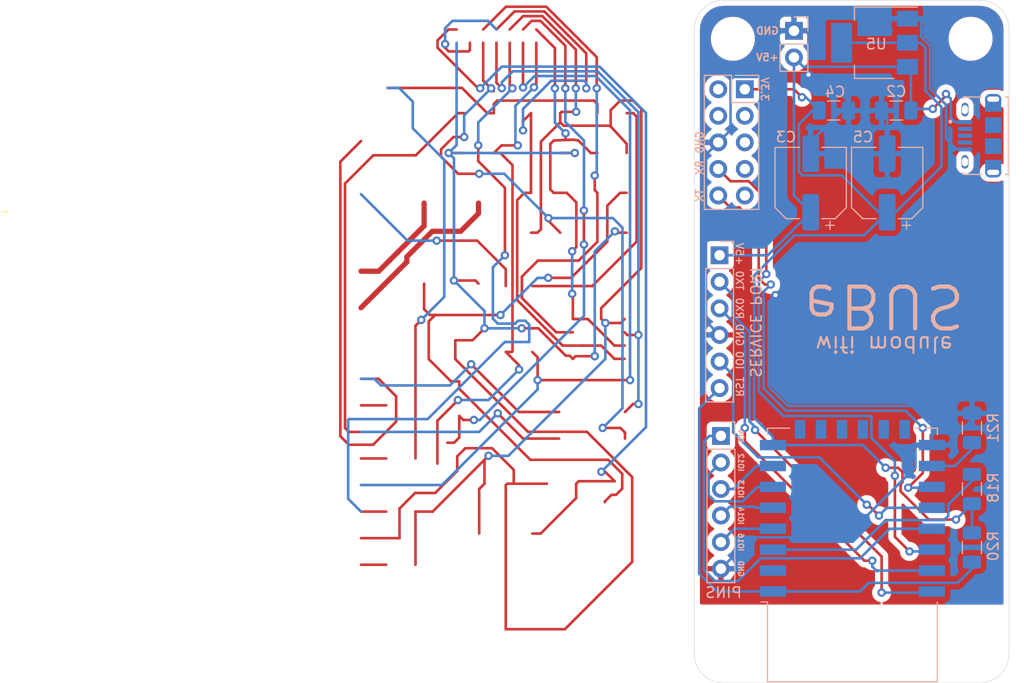
<source format=kicad_pcb>
(kicad_pcb (version 20171130) (host pcbnew 5.1.5+dfsg1-2build2)
  (layers (0 F.Cu signal) (31 B.Cu signal) (34 B.Paste user hide) (35 F.Paste user hide) (36 B.SilkS user) (37 F.SilkS user) (38 B.Mask user hide) (39 F.Mask user hide) (44 Edge.Cuts user))
  (net 0 "")
  (net 1 GNDD)
  (net 2 SIGNAL)
  (net 3 GNDREF)
  (net 4 +3V3)
  (net 5 "Net-(D3-Pad3)")
  (net 6 "Net-(D4-Pad2)")
  (net 7 RX)
  (net 8 "Net-(D5-Pad2)")
  (net 9 "Net-(D6-Pad2)")
  (net 10 TX)
  (net 11 "Net-(R13-Pad2)")
  (net 12 +5VP)
  (net 13 +24V)
  (net 14 RESET)
  (net 15 GPIO0)
  (net 16 P_RX)
  (net 17 P_TX)
  (net 18 GPIO16)
  (net 19 GPIO14)
  (net 20 GPIO13)
  (net 21 GPIO12)
  (net 22 GPIO4)
  (net 23 "Net-(R18-Pad1)")
  (net 24 "Net-(R21-Pad2)")
  (net 25 MP1)
  (net 26 MP5)
  (net 27 MP6)
  (net 28 MP11)
  (net 29 MP12)
  (net 30 MP13)
  (net 31 MP10)
  (net 32 MP9)
  (net 33 MP4)
  (net 34 MP7)
  (net 35 MP3)
  (module Connector_PinHeader_2.54mm:PinHeader_2x05_P2.54mm_Vertical (layer B.Cu) (at 102.235 91.694 180)
    (fp_text reference J7 hide)
    (fp_text value UART)
    (pad 10 thru_hole oval (at 2.54 -10.16 180) (size 1.7 1.7) (drill 1) (layers *.Cu *.Mask) (net 10 TX))
    (pad 9 thru_hole oval (at 0 -10.16 180) (size 1.7 1.7) (drill 1) (layers *.Cu *.Mask))
    (pad 8 thru_hole oval (at 2.54 -7.62 180) (size 1.7 1.7) (drill 1) (layers *.Cu *.Mask) (net 7 RX))
    (pad 7 thru_hole oval (at 0 -7.62 180) (size 1.7 1.7) (drill 1) (layers *.Cu *.Mask))
    (pad 6 thru_hole oval (at 2.54 -5.08 180) (size 1.7 1.7) (drill 1) (layers *.Cu *.Mask) (net 3 GNDREF))
    (pad 5 thru_hole oval (at 0 -5.08 180) (size 1.7 1.7) (drill 1) (layers *.Cu *.Mask))
    (pad 4 thru_hole oval (at 2.54 -2.54 180) (size 1.7 1.7) (drill 1) (layers *.Cu *.Mask))
    (pad 3 thru_hole oval (at 0 -2.54 180) (size 1.7 1.7) (drill 1) (layers *.Cu *.Mask))
    (pad 2 thru_hole oval (at 2.54 0 180) (size 1.7 1.7) (drill 1) (layers *.Cu *.Mask))
    (pad 1 thru_hole rect (at 0 0 180) (size 1.7 1.7) (drill 1) (layers *.Cu *.Mask) (net 4 +3V3))
  )
  (module Resistor_SMD:R_1206_3216Metric (layer B.Cu) (at 123.952 124.079 270)
    (fp_text reference R21 (at 0 -2.032 270) (layer B.SilkS) (effects (justify mirror)))
    (fp_text value 4.7k)
    (pad 2 smd roundrect (at 1.4 0 270) (size 1.25 1.75) (layers B.Cu B.Paste B.Mask) (roundrect_rratio 0.2) (net 24 "Net-(R21-Pad2)"))
    (pad 1 smd roundrect (at -1.4 0 270) (size 1.25 1.75) (layers B.Cu B.Paste B.Mask) (roundrect_rratio 0.2) (net 3 GNDREF))
  )
  (module MountingHole:MountingHole_3.2mm_M3 (layer B.Cu) (at 101.092 144.653 180)
    (fp_text reference H8 hide)
    (fp_text value MountingHole)
    (pad 1 np_thru_hole circle (at 0 0 180) (size 3.2 3.2) (drill 3.2) (layers *.Cu *.Mask))
  )
  (module MountingHole:MountingHole_3.2mm_M3 (layer B.Cu) (at 101.092 86.868 180)
    (fp_text reference H7 hide)
    (fp_text value MountingHole)
    (pad 1 np_thru_hole circle (at 0 0 180) (size 3.2 3.2) (drill 3.2) (layers *.Cu *.Mask))
  )
  (module MountingHole:MountingHole_3.2mm_M3 (layer B.Cu) (at 123.825 144.653 180)
    (fp_text reference H6 hide)
    (fp_text value MountingHole)
    (pad 1 np_thru_hole circle (at 0 0 180) (size 3.2 3.2) (drill 3.2) (layers *.Cu *.Mask))
  )
  (module MountingHole:MountingHole_3.2mm_M3 (layer B.Cu) (at 123.825 86.868 180)
    (fp_text reference H5 hide)
    (fp_text value MountingHole)
    (pad 1 np_thru_hole circle (at 0 0 180) (size 3.2 3.2) (drill 3.2) (layers *.Cu *.Mask))
  )
  (module usb:AMPHENOL_10118194-0001LF (layer B.Cu) (at 125.984 96.139 270)
    (fp_text reference J2 hide)
    (fp_text value USB_B_Micro)
    (fp_poly (pts (xy 2.3 -0.78) (xy 2.3 0.775) (xy 3.498 0.775) (xy 3.498 0.575) (xy 3.486 0.575) (xy 3.473 0.574) (xy 3.46 0.572) (xy 3.447 0.57) (xy 3.434 0.567) (xy 3.422 0.563) (xy 3.41 0.558) (xy 3.398 0.553) (xy 3.386 0.548) (xy 3.374 0.542) (xy 3.363 0.535) (xy 3.353 0.527) (xy 3.342 0.52) (xy 3.332 0.511) (xy 3.323 0.502) (xy 3.314 0.493) (xy 3.305 0.483) (xy 3.298 0.472) (xy 3.29 0.462) (xy 3.283 0.451) (xy 3.277 0.439) (xy 3.272 0.427) (xy 3.267 0.415) (xy 3.262 0.403) (xy 3.258 0.391) (xy 3.255 0.378) (xy 3.253 0.365) (xy 3.251 0.352) (xy 3.25 0.339) (xy 3.25 0.325) (xy 3.25 0.315) (xy 3.25 -0.315) (xy 3.25 -0.325) (xy 3.25 -0.338) (xy 3.251 -0.351) (xy 3.253 -0.364) (xy 3.255 -0.377) (xy 3.259 -0.39) (xy 3.262 -0.402) (xy 3.267 -0.415) (xy 3.272 -0.427) (xy 3.277 -0.438) (xy 3.283 -0.45) (xy 3.29 -0.461) (xy 3.298 -0.472) (xy 3.306 -0.482) (xy 3.314 -0.492) (xy 3.323 -0.502) (xy 3.333 -0.511) (xy 3.343 -0.519) (xy 3.353 -0.527) (xy 3.364 -0.535) (xy 3.375 -0.542) (xy 3.387 -0.548) (xy 3.398 -0.553) (xy 3.41 -0.558) (xy 3.423 -0.563) (xy 3.435 -0.566) (xy 3.448 -0.57) (xy 3.461 -0.572) (xy 3.474 -0.574) (xy 3.487 -0.575) (xy 3.5 -0.575) (xy 3.513 -0.575) (xy 3.526 -0.574) (xy 3.539 -0.572) (xy 3.552 -0.57) (xy 3.565 -0.566) (xy 3.577 -0.563) (xy 3.59 -0.558) (xy 3.602 -0.553) (xy 3.613 -0.548) (xy 3.625 -0.542) (xy 3.636 -0.535) (xy 3.647 -0.527) (xy 3.657 -0.519) (xy 3.667 -0.511) (xy 3.677 -0.502) (xy 3.686 -0.492) (xy 3.694 -0.482) (xy 3.702 -0.472) (xy 3.71 -0.461) (xy 3.717 -0.45) (xy 3.723 -0.438) (xy 3.728 -0.427) (xy 3.733 -0.415) (xy 3.738 -0.402) (xy 3.741 -0.39) (xy 3.745 -0.377) (xy 3.747 -0.364) (xy 3.749 -0.351) (xy 3.75 -0.338) (xy 3.75 -0.325) (xy 3.75 0.325) (xy 3.75 0.339) (xy 3.749 0.352) (xy 3.747 0.365) (xy 3.745 0.378) (xy 3.742 0.391) (xy 3.738 0.403) (xy 3.733 0.415) (xy 3.728 0.427) (xy 3.723 0.439) (xy 3.717 0.451) (xy 3.71 0.462) (xy 3.702 0.472) (xy 3.695 0.483) (xy 3.686 0.493) (xy 3.677 0.502) (xy 3.668 0.511) (xy 3.658 0.52) (xy 3.647 0.527) (xy 3.637 0.535) (xy 3.626 0.542) (xy 3.614 0.548) (xy 3.602 0.553) (xy 3.59 0.558) (xy 3.578 0.563) (xy 3.566 0.567) (xy 3.553 0.57) (xy 3.54 0.572) (xy 3.527 0.574) (xy 3.514 0.575) (xy 3.502 0.575) (xy 3.502 0.775) (xy 3.527 0.774) (xy 3.553 0.772) (xy 3.579 0.769) (xy 3.605 0.764) (xy 3.63 0.758) (xy 3.655 0.751) (xy 3.68 0.742) (xy 3.704 0.732) (xy 3.728 0.721) (xy 3.751 0.708) (xy 3.773 0.695) (xy 3.794 0.68) (xy 3.815 0.664) (xy 3.835 0.647) (xy 3.854 0.629) (xy 3.872 0.61) (xy 3.889 0.59) (xy 3.905 0.569) (xy 3.92 0.548) (xy 3.933 0.526) (xy 3.946 0.503) (xy 3.957 0.479) (xy 3.967 0.455) (xy 3.976 0.43) (xy 3.983 0.405) (xy 3.989 0.38) (xy 3.994 0.354) (xy 3.997 0.328) (xy 3.999 0.302) (xy 4 0.275) (xy 4 -0.275) (xy 3.999 -0.301) (xy 3.997 -0.327) (xy 3.994 -0.353) (xy 3.989 -0.379) (xy 3.983 -0.404) (xy 3.976 -0.43) (xy 3.967 -0.454) (xy 3.957 -0.478) (xy 3.946 -0.502) (xy 3.933 -0.525) (xy 3.919 -0.547) (xy 3.905 -0.569) (xy 3.889 -0.59) (xy 3.872 -0.61) (xy 3.854 -0.629) (xy 3.835 -0.647) (xy 3.815 -0.664) (xy 3.794 -0.68) (xy 3.772 -0.694) (xy 3.75 -0.708) (xy 3.727 -0.721) (xy 3.703 -0.732) (xy 3.679 -0.742) (xy 3.655 -0.751) (xy 3.629 -0.758) (xy 3.604 -0.764) (xy 3.578 -0.769) (xy 3.552 -0.772) (xy 3.526 -0.774) (xy 3.5 -0.775) (xy 2.305 -0.775) (xy 2.305 -0.78) (xy 2.3 -0.78)) (layer B.Cu) (width 0.001))
    (fp_poly (pts (xy -2.3 0.78) (xy -2.3 -0.775) (xy -3.498 -0.775) (xy -3.498 -0.575) (xy -3.486 -0.575) (xy -3.473 -0.574) (xy -3.46 -0.572) (xy -3.447 -0.57) (xy -3.434 -0.567) (xy -3.422 -0.563) (xy -3.41 -0.558) (xy -3.398 -0.553) (xy -3.386 -0.548) (xy -3.374 -0.542) (xy -3.363 -0.535) (xy -3.353 -0.527) (xy -3.342 -0.52) (xy -3.332 -0.511) (xy -3.323 -0.502) (xy -3.314 -0.493) (xy -3.305 -0.483) (xy -3.298 -0.472) (xy -3.29 -0.462) (xy -3.283 -0.451) (xy -3.277 -0.439) (xy -3.272 -0.427) (xy -3.267 -0.415) (xy -3.262 -0.403) (xy -3.258 -0.391) (xy -3.255 -0.378) (xy -3.253 -0.365) (xy -3.251 -0.352) (xy -3.25 -0.339) (xy -3.25 -0.325) (xy -3.25 -0.315) (xy -3.25 0.315) (xy -3.25 0.325) (xy -3.25 0.338) (xy -3.251 0.351) (xy -3.253 0.364) (xy -3.255 0.377) (xy -3.259 0.39) (xy -3.262 0.402) (xy -3.267 0.415) (xy -3.272 0.427) (xy -3.277 0.438) (xy -3.283 0.45) (xy -3.29 0.461) (xy -3.298 0.472) (xy -3.306 0.482) (xy -3.314 0.492) (xy -3.323 0.502) (xy -3.333 0.511) (xy -3.343 0.519) (xy -3.353 0.527) (xy -3.364 0.535) (xy -3.375 0.542) (xy -3.387 0.548) (xy -3.398 0.553) (xy -3.41 0.558) (xy -3.423 0.563) (xy -3.435 0.566) (xy -3.448 0.57) (xy -3.461 0.572) (xy -3.474 0.574) (xy -3.487 0.575) (xy -3.5 0.575) (xy -3.513 0.575) (xy -3.526 0.574) (xy -3.539 0.572) (xy -3.552 0.57) (xy -3.565 0.566) (xy -3.577 0.563) (xy -3.59 0.558) (xy -3.602 0.553) (xy -3.613 0.548) (xy -3.625 0.542) (xy -3.636 0.535) (xy -3.647 0.527) (xy -3.657 0.519) (xy -3.667 0.511) (xy -3.677 0.502) (xy -3.686 0.492) (xy -3.694 0.482) (xy -3.702 0.472) (xy -3.71 0.461) (xy -3.717 0.45) (xy -3.723 0.438) (xy -3.728 0.427) (xy -3.733 0.415) (xy -3.738 0.402) (xy -3.741 0.39) (xy -3.745 0.377) (xy -3.747 0.364) (xy -3.749 0.351) (xy -3.75 0.338) (xy -3.75 0.325) (xy -3.75 -0.325) (xy -3.75 -0.339) (xy -3.749 -0.352) (xy -3.747 -0.365) (xy -3.745 -0.378) (xy -3.742 -0.391) (xy -3.738 -0.403) (xy -3.733 -0.415) (xy -3.728 -0.427) (xy -3.723 -0.439) (xy -3.717 -0.451) (xy -3.71 -0.462) (xy -3.702 -0.472) (xy -3.695 -0.483) (xy -3.686 -0.493) (xy -3.677 -0.502) (xy -3.668 -0.511) (xy -3.658 -0.52) (xy -3.647 -0.527) (xy -3.637 -0.535) (xy -3.626 -0.542) (xy -3.614 -0.548) (xy -3.602 -0.553) (xy -3.59 -0.558) (xy -3.578 -0.563) (xy -3.566 -0.567) (xy -3.553 -0.57) (xy -3.54 -0.572) (xy -3.527 -0.574) (xy -3.514 -0.575) (xy -3.502 -0.575) (xy -3.502 -0.775) (xy -3.527 -0.774) (xy -3.553 -0.772) (xy -3.579 -0.769) (xy -3.605 -0.764) (xy -3.63 -0.758) (xy -3.655 -0.751) (xy -3.68 -0.742) (xy -3.704 -0.732) (xy -3.728 -0.721) (xy -3.751 -0.708) (xy -3.773 -0.695) (xy -3.794 -0.68) (xy -3.815 -0.664) (xy -3.835 -0.647) (xy -3.854 -0.629) (xy -3.872 -0.61) (xy -3.889 -0.59) (xy -3.905 -0.569) (xy -3.92 -0.548) (xy -3.933 -0.526) (xy -3.946 -0.503) (xy -3.957 -0.479) (xy -3.967 -0.455) (xy -3.976 -0.43) (xy -3.983 -0.405) (xy -3.989 -0.38) (xy -3.994 -0.354) (xy -3.997 -0.328) (xy -3.999 -0.302) (xy -4 -0.275) (xy -4 0.275) (xy -3.999 0.301) (xy -3.997 0.327) (xy -3.994 0.353) (xy -3.989 0.379) (xy -3.983 0.404) (xy -3.976 0.43) (xy -3.967 0.454) (xy -3.957 0.478) (xy -3.946 0.502) (xy -3.933 0.525) (xy -3.919 0.547) (xy -3.905 0.569) (xy -3.889 0.59) (xy -3.872 0.61) (xy -3.854 0.629) (xy -3.835 0.647) (xy -3.815 0.664) (xy -3.794 0.68) (xy -3.772 0.694) (xy -3.75 0.708) (xy -3.727 0.721) (xy -3.703 0.732) (xy -3.679 0.742) (xy -3.655 0.751) (xy -3.629 0.758) (xy -3.604 0.764) (xy -3.578 0.769) (xy -3.552 0.772) (xy -3.526 0.774) (xy -3.5 0.775) (xy -2.305 0.775) (xy -2.305 0.78) (xy -2.3 0.78)) (layer B.Cu) (width 0.001))
    (pad S6 thru_hole oval (at 3.5 0 270) (size 0.775 1.55) (drill oval 0.5 1.15) (layers *.Cu *.Mask))
    (pad S5 smd rect (at 1 0 270) (size 1.5 1.55) (layers B.Cu B.Paste B.Mask))
    (pad S4 smd rect (at -1 0 270) (size 1.5 1.55) (layers B.Cu B.Paste B.Mask))
    (pad S3 thru_hole oval (at -3.5 0 270) (size 0.775 1.55) (drill oval 0.5 1.15) (layers *.Cu *.Mask))
    (pad S2 thru_hole oval (at 2.5 2.7 270) (size 1.3 0.65) (drill oval 0.85 0.55) (layers *.Cu *.Mask))
    (pad S1 thru_hole oval (at -2.5 2.7 270) (size 1.3 0.65) (drill oval 0.85 0.55) (layers *.Cu *.Mask))
    (pad 5 smd rect (at 1.3 2.7 270) (size 0.4 1.35) (layers B.Cu B.Paste B.Mask) (net 3 GNDREF))
    (pad 4 smd rect (at 0.65 2.7 270) (size 0.4 1.35) (layers B.Cu B.Paste B.Mask))
    (pad 3 smd rect (at 0 2.7 270) (size 0.4 1.35) (layers B.Cu B.Paste B.Mask))
    (pad 2 smd rect (at -0.65 2.7 270) (size 0.4 1.35) (layers B.Cu B.Paste B.Mask))
    (pad 1 smd rect (at -1.3 2.7 270) (size 0.4 1.35) (layers B.Cu B.Paste B.Mask) (net 12 +5VP))
  )
  (module RF_Module:ESP-12E (layer B.Cu) (at 112.522 136.2202)
    (fp_text reference U6 hide)
    (fp_text value ESP-12F)
    (pad 22 smd rect (at 7.6 3.5) (size 2.5 1) (layers B.Cu B.Paste B.Mask) (net 17 P_TX))
    (pad 21 smd rect (at 7.6 1.5) (size 2.5 1) (layers B.Cu B.Paste B.Mask) (net 16 P_RX))
    (pad 20 smd rect (at 7.6 -0.5) (size 2.5 1) (layers B.Cu B.Paste B.Mask) (net 7 RX))
    (pad 19 smd rect (at 7.6 -2.5) (size 2.5 1) (layers B.Cu B.Paste B.Mask) (net 22 GPIO4))
    (pad 18 smd rect (at 7.6 -4.5) (size 2.5 1) (layers B.Cu B.Paste B.Mask) (net 15 GPIO0))
    (pad 17 smd rect (at 7.6 -6.5) (size 2.5 1) (layers B.Cu B.Paste B.Mask) (net 10 TX))
    (pad 16 smd rect (at 7.6 -8.5) (size 2.5 1) (layers B.Cu B.Paste B.Mask) (net 24 "Net-(R21-Pad2)"))
    (pad 15 smd rect (at 7.6 -10.5) (size 2.5 1) (layers B.Cu B.Paste B.Mask) (net 3 GNDREF))
    (pad 14 smd rect (at 5 -12) (size 1 1.8) (layers B.Cu B.Paste B.Mask))
    (pad 13 smd rect (at 3 -12) (size 1 1.8) (layers B.Cu B.Paste B.Mask))
    (pad 12 smd rect (at 1 -12) (size 1 1.8) (layers B.Cu B.Paste B.Mask))
    (pad 11 smd rect (at -1 -12) (size 1 1.8) (layers B.Cu B.Paste B.Mask))
    (pad 10 smd rect (at -3 -12) (size 1 1.8) (layers B.Cu B.Paste B.Mask))
    (pad 9 smd rect (at -5 -12) (size 1 1.8) (layers B.Cu B.Paste B.Mask))
    (pad 8 smd rect (at -7.6 -10.5) (size 2.5 1) (layers B.Cu B.Paste B.Mask) (net 4 +3V3))
    (pad 7 smd rect (at -7.6 -8.5) (size 2.5 1) (layers B.Cu B.Paste B.Mask) (net 20 GPIO13))
    (pad 6 smd rect (at -7.6 -6.5) (size 2.5 1) (layers B.Cu B.Paste B.Mask) (net 21 GPIO12))
    (pad 5 smd rect (at -7.6 -4.5) (size 2.5 1) (layers B.Cu B.Paste B.Mask) (net 19 GPIO14))
    (pad 4 smd rect (at -7.6 -2.5) (size 2.5 1) (layers B.Cu B.Paste B.Mask) (net 18 GPIO16))
    (pad 3 smd rect (at -7.6 -0.5) (size 2.5 1) (layers B.Cu B.Paste B.Mask) (net 23 "Net-(R18-Pad1)"))
    (pad 2 smd rect (at -7.6 1.5) (size 2.5 1) (layers B.Cu B.Paste B.Mask))
    (pad 1 smd rect (at -7.6 3.5) (size 2.5 1) (layers B.Cu B.Paste B.Mask) (net 14 RESET))
  )
  (module Package_TO_SOT_SMD:SOT-223-3_TabPin2 (layer B.Cu) (at 114.6302 87.249 180)
    (fp_text reference U5 (at -0.1778 -0.127) (layer B.SilkS) (effects (justify mirror)))
    (fp_text value AMS1117-3.3)
    (pad 1 smd rect (at -3.15 2.3 180) (size 2 1.5) (layers B.Cu B.Paste B.Mask) (net 3 GNDREF))
    (pad 3 smd rect (at -3.15 -2.3 180) (size 2 1.5) (layers B.Cu B.Paste B.Mask) (net 12 +5VP))
    (pad 2 smd rect (at -3.15 0 180) (size 2 1.5) (layers B.Cu B.Paste B.Mask) (net 4 +3V3))
    (pad 2 smd rect (at 3.15 0 180) (size 2 3.8) (layers B.Cu B.Paste B.Mask) (net 4 +3V3))
  )
  (module Resistor_SMD:R_1206_3216Metric (layer B.Cu) (at 123.952 135.509 90)
    (fp_text reference R20 (at 0.127 2.032 270) (layer B.SilkS) (effects (justify mirror)))
    (fp_text value 4.7k)
    (pad 2 smd roundrect (at 1.4 0 90) (size 1.25 1.75) (layers B.Cu B.Paste B.Mask) (roundrect_rratio 0.2) (net 4 +3V3))
    (pad 1 smd roundrect (at -1.4 0 90) (size 1.25 1.75) (layers B.Cu B.Paste B.Mask) (roundrect_rratio 0.2) (net 14 RESET))
  )
  (module Resistor_SMD:R_1206_3216Metric (layer B.Cu) (at 123.952 129.921 270)
    (fp_text reference R18 (at -0.127 -2.032 270) (layer B.SilkS) (effects (justify mirror)))
    (fp_text value 10k)
    (pad 2 smd roundrect (at 1.4 0 270) (size 1.25 1.75) (layers B.Cu B.Paste B.Mask) (roundrect_rratio 0.2) (net 4 +3V3))
    (pad 1 smd roundrect (at -1.4 0 270) (size 1.25 1.75) (layers B.Cu B.Paste B.Mask) (roundrect_rratio 0.2) (net 23 "Net-(R18-Pad1)"))
  )
  (module Connector_PinHeader_2.54mm:PinHeader_1x02_P2.54mm_Vertical (layer B.Cu) (at 106.934 86.106 180)
    (fp_text reference J6 hide)
    (fp_text value PWR)
    (pad 2 thru_hole oval (at 0 -2.54 180) (size 1.7 1.7) (drill 1) (layers *.Cu *.Mask) (net 12 +5VP))
    (pad 1 thru_hole rect (at 0 0 180) (size 1.7 1.7) (drill 1) (layers *.Cu *.Mask) (net 3 GNDREF))
  )
  (module Connector_PinHeader_2.54mm:PinHeader_1x06_P2.54mm_Vertical (layer B.Cu) (at 99.949 124.841 180)
    (fp_text reference J5 hide)
    (fp_text value PINS)
    (pad 6 thru_hole oval (at 0 -12.7 180) (size 1.7 1.7) (drill 1) (layers *.Cu *.Mask) (net 3 GNDREF))
    (pad 5 thru_hole oval (at 0 -10.16 180) (size 1.7 1.7) (drill 1) (layers *.Cu *.Mask) (net 18 GPIO16))
    (pad 4 thru_hole oval (at 0 -7.62 180) (size 1.7 1.7) (drill 1) (layers *.Cu *.Mask) (net 19 GPIO14))
    (pad 3 thru_hole oval (at 0 -5.08 180) (size 1.7 1.7) (drill 1) (layers *.Cu *.Mask) (net 20 GPIO13))
    (pad 2 thru_hole oval (at 0 -2.54 180) (size 1.7 1.7) (drill 1) (layers *.Cu *.Mask) (net 21 GPIO12))
    (pad 1 thru_hole rect (at 0 0 180) (size 1.7 1.7) (drill 1) (layers *.Cu *.Mask) (net 22 GPIO4))
  )
  (module Connector_PinHeader_2.54mm:PinHeader_1x06_P2.54mm_Vertical (layer B.Cu) (at 99.822 107.569 180)
    (fp_text reference J4 hide)
    (fp_text value PROG)
    (pad 6 thru_hole oval (at 0 -12.7 180) (size 1.7 1.7) (drill 1) (layers *.Cu *.Mask) (net 14 RESET))
    (pad 5 thru_hole oval (at 0 -10.16 180) (size 1.7 1.7) (drill 1) (layers *.Cu *.Mask) (net 15 GPIO0))
    (pad 4 thru_hole oval (at 0 -7.62 180) (size 1.7 1.7) (drill 1) (layers *.Cu *.Mask) (net 3 GNDREF))
    (pad 3 thru_hole oval (at 0 -5.08 180) (size 1.7 1.7) (drill 1) (layers *.Cu *.Mask) (net 16 P_RX))
    (pad 2 thru_hole oval (at 0 -2.54 180) (size 1.7 1.7) (drill 1) (layers *.Cu *.Mask) (net 17 P_TX))
    (pad 1 thru_hole rect (at 0 0 180) (size 1.7 1.7) (drill 1) (layers *.Cu *.Mask) (net 12 +5VP))
  )
  (module Capacitor_SMD:CP_Elec_6.3x5.4 (layer B.Cu) (at 115.8494 100.6602 90)
    (fp_text reference C5 (at 4.3942 -2.3114) (layer B.SilkS) (effects (justify mirror)))
    (fp_text value 100uF)
    (pad 2 smd roundrect (at 2.8 0 90) (size 3.5 1.6) (layers B.Cu B.Paste B.Mask) (roundrect_rratio 0.15625) (net 3 GNDREF))
    (pad 1 smd roundrect (at -2.8 0 90) (size 3.5 1.6) (layers B.Cu B.Paste B.Mask) (roundrect_rratio 0.15625) (net 4 +3V3))
  )
  (module Capacitor_SMD:C_1206_3216Metric (layer B.Cu) (at 110.744 93.726)
    (fp_text reference C4 (at 0.127 -1.778) (layer B.SilkS) (effects (justify mirror)))
    (fp_text value 100nF)
    (pad 2 smd roundrect (at 1.4 0) (size 1.25 1.75) (layers B.Cu B.Paste B.Mask) (roundrect_rratio 0.2) (net 3 GNDREF))
    (pad 1 smd roundrect (at -1.4 0) (size 1.25 1.75) (layers B.Cu B.Paste B.Mask) (roundrect_rratio 0.2) (net 4 +3V3))
  )
  (module Capacitor_SMD:CP_Elec_6.3x5.4 (layer B.Cu) (at 108.5342 100.6602 90)
    (fp_text reference C3 (at 4.3942 -2.3622) (layer B.SilkS) (effects (justify mirror)))
    (fp_text value 100uF)
    (pad 2 smd roundrect (at 2.8 0 90) (size 3.5 1.6) (layers B.Cu B.Paste B.Mask) (roundrect_rratio 0.15625) (net 3 GNDREF))
    (pad 1 smd roundrect (at -2.8 0 90) (size 3.5 1.6) (layers B.Cu B.Paste B.Mask) (roundrect_rratio 0.15625) (net 12 +5VP))
  )
  (module Capacitor_SMD:C_1206_3216Metric (layer B.Cu) (at 116.713 93.726 180)
    (fp_text reference C2 (at 0 1.82) (layer B.SilkS) (effects (justify mirror)))
    (fp_text value 100nF)
    (pad 2 smd roundrect (at 1.4 0 180) (size 1.25 1.75) (layers B.Cu B.Paste B.Mask) (roundrect_rratio 0.2) (net 3 GNDREF))
    (pad 1 smd roundrect (at -1.4 0 180) (size 1.25 1.75) (layers B.Cu B.Paste B.Mask) (roundrect_rratio 0.2) (net 12 +5VP))
  )
  (gr_text IO4 (at 101.854 124.841 270) (layer B.SilkS) (effects (font (size 0.5 0.5) (thickness 0.125)) (justify mirror)))
  (gr_text IO12 (at 101.854 127.381 270) (layer B.SilkS) (effects (font (size 0.5 0.5) (thickness 0.125)) (justify mirror)))
  (gr_text IO13 (at 101.854 129.921 270) (layer B.SilkS) (effects (font (size 0.5 0.5) (thickness 0.125)) (justify mirror)))
  (gr_text IO14 (at 101.854 132.461 270) (layer B.SilkS) (effects (font (size 0.5 0.5) (thickness 0.125)) (justify mirror)))
  (gr_text IO16 (at 101.854 135.001 270) (layer B.SilkS) (effects (font (size 0.5 0.5) (thickness 0.125)) (justify mirror)))
  (gr_text GND (at 101.854 137.541 270) (layer B.SilkS) (effects (font (size 0.5 0.5) (thickness 0.125)) (justify mirror)))
  (gr_text +5V (at 101.727 107.442 270) (layer B.SilkS) (effects (font (size 0.7 0.7) (thickness 0.125)) (justify mirror)))
  (gr_text TX0 (at 101.727 109.982 270) (layer B.SilkS) (effects (font (size 0.7 0.7) (thickness 0.125)) (justify mirror)))
  (gr_text RX0 (at 101.727 112.649 270) (layer B.SilkS) (effects (font (size 0.7 0.7) (thickness 0.125)) (justify mirror)))
  (gr_text GND (at 101.727 115.189 270) (layer B.SilkS) (effects (font (size 0.7 0.7) (thickness 0.125)) (justify mirror)))
  (gr_text IO0 (at 101.727 117.602 270) (layer B.SilkS) (effects (font (size 0.7 0.7) (thickness 0.125)) (justify mirror)))
  (gr_text RST (at 101.727 120.142 270) (layer B.SilkS) (effects (font (size 0.7 0.7) (thickness 0.125)) (justify mirror)))
  (gr_text PINS (at 100.203 139.827) (layer B.SilkS) (effects (font (size 1 1)) (justify mirror)))
  (gr_text "SERVICE PORT" (at 103.251 113.919 270) (layer B.SilkS) (effects (font (size 1 1)) (justify mirror)))
  (gr_text +5V (at 104.394 88.646) (layer B.SilkS) (effects (font (size 0.7 0.7)) (justify mirror)))
  (gr_text GND (at 104.394 86.106) (layer B.SilkS) (effects (font (size 0.7 0.7)) (justify mirror)))
  (gr_text 3.3V (at 104.14 91.694 270) (layer B.SilkS) (effects (font (size 0.7 0.7) (thickness 0.125)) (justify mirror)))
  (gr_text RX (at 97.917 99.187 90) (layer B.SilkS) (effects (font (size 0.7 0.7)) (justify mirror)))
  (gr_text TX (at 97.917 101.854 90) (layer B.SilkS) (effects (font (size 0.7 0.7)) (justify mirror)))
  (gr_text GND (at 97.917 96.774 90) (layer B.SilkS) (effects (font (size 0.7 0.7)) (justify mirror)))
  (gr_text "wifi module" (at 115.57 116.078 180) (layer B.SilkS) (effects (font (size 1.5 1.5) (thickness 0.2)) (justify mirror)))
  (gr_text eBUS (at 115.57 112.395 180) (layer B.SilkS) (effects (font (size 4 4) (thickness 0.4)) (justify mirror)))
  (gr_line (start 127.508 85.979) (end 127.508 145.669) (layer Edge.Cuts) (width 0.05))
  (gr_arc (start 124.714 145.669) (end 127.508 145.669) (angle 90) (layer Edge.Cuts) (width 0.05))
  (gr_arc (start 124.714 85.979) (end 124.714 83.185) (angle 90) (layer Edge.Cuts) (width 0.05))
  (gr_line (start 97.409 85.979) (end 97.409 145.669) (layer Edge.Cuts) (width 0.05))
  (gr_arc (start 100.203 145.669) (end 100.203 148.463) (angle 90) (layer Edge.Cuts) (width 0.05))
  (gr_arc (start 100.203 85.979) (end 97.409 85.979) (angle 90) (layer Edge.Cuts) (width 0.05))
  (gr_line (start 124.714 148.463) (end 100.203 148.463) (layer Edge.Cuts) (width 0.05))
  (gr_line (start 124.714 83.185) (end 100.203 83.185) (layer Edge.Cuts) (width 0.05))
  (gr_text ~ (at 31.496 103.378) (layer F.SilkS) (effects (font (size 1 1))))
  (segment (start 69.215 131.79381) (end 70.70681 130.302) (width 0.25) (layer F.Cu) (net 1))
  (segment (start 69.215 134.62) (end 69.215 131.79381) (width 0.25) (layer F.Cu) (net 1))
  (segment (start 65.532 134.62) (end 69.215 134.62) (width 0.25) (layer F.Cu) (net 1))
  (segment (start 74.737 128.192) (end 74.737 127.492) (width 0.25) (layer F.Cu) (net 1))
  (segment (start 72.627 130.302) (end 74.737 128.192) (width 0.25) (layer F.Cu) (net 1))
  (segment (start 70.70681 130.302) (end 72.627 130.302) (width 0.25) (layer F.Cu) (net 1))
  (via (at 85.979 97.79) (size 0.8) (drill 0.4) (layers F.Cu B.Cu) (net 1))
  (segment (start 84.585 97.79) (end 85.979 97.79) (width 0.25) (layer F.Cu) (net 1))
  (via (at 73.914 97.79) (size 0.8) (drill 0.4) (layers F.Cu B.Cu) (net 1))
  (segment (start 85.979 97.79) (end 73.914 97.79) (width 0.25) (layer B.Cu) (net 1))
  (segment (start 73.914 97.79) (end 75.435 97.79) (width 0.25) (layer F.Cu) (net 1))
  (via (at 77.343 114.554) (size 0.8) (drill 0.4) (layers F.Cu B.Cu) (net 1))
  (segment (start 76.2 115.697) (end 77.343 114.554) (width 0.25) (layer F.Cu) (net 1))
  (segment (start 74.549 115.697) (end 76.2 115.697) (width 0.25) (layer F.Cu) (net 1))
  (via (at 80.899 114.554) (size 0.8) (drill 0.4) (layers F.Cu B.Cu) (net 1))
  (segment (start 77.343 114.554) (end 80.899 114.554) (width 0.25) (layer B.Cu) (net 1))
  (segment (start 85.49 117.175) (end 85.79 117.475) (width 0.25) (layer F.Cu) (net 1))
  (segment (start 85.113232 117.175) (end 85.49 117.175) (width 0.25) (layer F.Cu) (net 1))
  (segment (start 82.492232 114.554) (end 85.113232 117.175) (width 0.25) (layer F.Cu) (net 1))
  (segment (start 80.899 114.554) (end 82.492232 114.554) (width 0.25) (layer F.Cu) (net 1))
  (via (at 89.81001 105.283) (size 0.8) (drill 0.4) (layers F.Cu B.Cu) (net 1))
  (segment (start 89.93701 105.41) (end 89.81001 105.283) (width 0.25) (layer F.Cu) (net 1))
  (segment (start 90.935 105.41) (end 89.93701 105.41) (width 0.25) (layer F.Cu) (net 1))
  (via (at 87.884 117.221) (size 0.8) (drill 0.4) (layers F.Cu B.Cu) (net 1))
  (segment (start 87.884 107.20901) (end 87.884 117.221) (width 0.25) (layer B.Cu) (net 1))
  (segment (start 89.81001 105.283) (end 87.884 107.20901) (width 0.25) (layer B.Cu) (net 1))
  (segment (start 86.044 117.221) (end 85.79 117.475) (width 0.25) (layer F.Cu) (net 1))
  (segment (start 87.884 117.221) (end 86.044 117.221) (width 0.25) (layer F.Cu) (net 1))
  (segment (start 80.14 129.413) (end 83.309 129.413) (width 0.25) (layer F.Cu) (net 1))
  (segment (start 74.737 126.792) (end 74.737 127.492) (width 0.25) (layer F.Cu) (net 1))
  (segment (start 75.508001 126.020999) (end 74.737 126.792) (width 0.25) (layer F.Cu) (net 1))
  (segment (start 78.072001 126.020999) (end 75.508001 126.020999) (width 0.25) (layer F.Cu) (net 1))
  (segment (start 80.14 128.088998) (end 78.072001 126.020999) (width 0.25) (layer F.Cu) (net 1))
  (segment (start 80.14 129.413) (end 80.14 128.088998) (width 0.25) (layer F.Cu) (net 1))
  (segment (start 79.515 129.413) (end 80.14 129.413) (width 0.25) (layer F.Cu) (net 1))
  (segment (start 79.375 129.553) (end 79.515 129.413) (width 0.25) (layer F.Cu) (net 1))
  (segment (start 79.375 143.329) (end 79.375 129.553) (width 0.25) (layer F.Cu) (net 1))
  (segment (start 85.025 143.329) (end 79.375 143.329) (width 0.25) (layer F.Cu) (net 1))
  (segment (start 91.464001 136.889999) (end 85.025 143.329) (width 0.25) (layer F.Cu) (net 1))
  (segment (start 91.464001 128.778589) (end 91.464001 136.889999) (width 0.25) (layer F.Cu) (net 1))
  (segment (start 81.501999 124.449999) (end 87.135411 124.449999) (width 0.25) (layer F.Cu) (net 1))
  (segment (start 87.135411 124.449999) (end 91.464001 128.778589) (width 0.25) (layer F.Cu) (net 1))
  (segment (start 74.549 117.497) (end 81.501999 124.449999) (width 0.25) (layer F.Cu) (net 1))
  (segment (start 74.549 115.697) (end 74.549 117.497) (width 0.25) (layer F.Cu) (net 1))
  (via (at 74.422 109.982) (size 0.8) (drill 0.4) (layers F.Cu B.Cu) (net 1))
  (segment (start 77.343 112.903) (end 74.422 109.982) (width 0.25) (layer B.Cu) (net 1))
  (segment (start 77.343 114.554) (end 77.343 112.903) (width 0.25) (layer B.Cu) (net 1))
  (segment (start 76.474 109.982) (end 76.768 110.276) (width 0.25) (layer F.Cu) (net 1))
  (segment (start 74.422 109.982) (end 76.474 109.982) (width 0.25) (layer F.Cu) (net 1))
  (segment (start 74.422 98.298) (end 73.914 97.79) (width 0.25) (layer B.Cu) (net 1))
  (segment (start 74.422 109.982) (end 74.422 98.298) (width 0.25) (layer B.Cu) (net 1))
  (segment (start 74.676 97.028) (end 73.914 97.79) (width 0.25) (layer B.Cu) (net 1))
  (segment (start 74.676 87.249) (end 74.676 97.028) (width 0.25) (layer B.Cu) (net 1))
  (segment (start 90.514001 128.464999) (end 89.176002 127.127) (width 0.25) (layer F.Cu) (net 2))
  (segment (start 89.924002 130.475) (end 90.514001 129.885001) (width 0.25) (layer F.Cu) (net 2))
  (segment (start 90.514001 129.885001) (end 90.514001 128.464999) (width 0.25) (layer F.Cu) (net 2))
  (segment (start 89.489 130.475) (end 89.924002 130.475) (width 0.25) (layer F.Cu) (net 2))
  (segment (start 88.839 131.125) (end 89.489 130.475) (width 0.25) (layer F.Cu) (net 2))
  (segment (start 88.839 131.175) (end 88.839 131.125) (width 0.25) (layer F.Cu) (net 2))
  (segment (start 81.722 127.127) (end 74.93 120.335) (width 0.25) (layer F.Cu) (net 2))
  (segment (start 89.176002 127.127) (end 81.722 127.127) (width 0.25) (layer F.Cu) (net 2))
  (segment (start 74.93 120.335) (end 74.93 119.635) (width 0.25) (layer F.Cu) (net 2))
  (segment (start 74.147 119.635) (end 74.93 119.635) (width 0.25) (layer F.Cu) (net 2))
  (segment (start 72.009 117.497) (end 74.147 119.635) (width 0.25) (layer F.Cu) (net 2))
  (segment (start 72.009 115.697) (end 72.009 117.497) (width 0.25) (layer F.Cu) (net 2))
  (via (at 83.439 109.728) (size 0.8) (drill 0.4) (layers F.Cu B.Cu) (net 2))
  (segment (start 85.63019 109.728) (end 83.439 109.728) (width 0.25) (layer F.Cu) (net 2))
  (segment (start 89.08501 106.27318) (end 85.63019 109.728) (width 0.25) (layer F.Cu) (net 2))
  (segment (start 89.08501 102.82499) (end 89.08501 106.27318) (width 0.25) (layer F.Cu) (net 2))
  (segment (start 90.31 101.6) (end 89.08501 102.82499) (width 0.25) (layer F.Cu) (net 2))
  (segment (start 90.935 101.6) (end 90.31 101.6) (width 0.25) (layer F.Cu) (net 2))
  (via (at 78.867 113.284) (size 0.8) (drill 0.4) (layers F.Cu B.Cu) (net 2))
  (segment (start 82.423 109.728) (end 78.867 113.284) (width 0.25) (layer B.Cu) (net 2))
  (segment (start 83.439 109.728) (end 82.423 109.728) (width 0.25) (layer B.Cu) (net 2))
  (segment (start 72.009 113.897) (end 72.009 115.697) (width 0.25) (layer F.Cu) (net 2))
  (segment (start 72.622 113.284) (end 72.009 113.897) (width 0.25) (layer F.Cu) (net 2))
  (segment (start 78.867 113.284) (end 72.622 113.284) (width 0.25) (layer F.Cu) (net 2))
  (segment (start 72.126 113.284) (end 71.568 112.726) (width 0.25) (layer F.Cu) (net 2))
  (segment (start 71.568 112.726) (end 71.568 110.276) (width 0.25) (layer F.Cu) (net 2))
  (segment (start 72.622 113.284) (end 72.126 113.284) (width 0.25) (layer F.Cu) (net 2))
  (segment (start 66.682 119.38) (end 65.532 119.38) (width 0.25) (layer F.Cu) (net 3))
  (segment (start 67.21519 119.38) (end 66.682 119.38) (width 0.25) (layer F.Cu) (net 3))
  (segment (start 68.89201 121.05682) (end 67.21519 119.38) (width 0.25) (layer F.Cu) (net 3))
  (segment (start 68.89201 123.484992) (end 68.89201 121.05682) (width 0.25) (layer F.Cu) (net 3))
  (segment (start 66.692001 125.685001) (end 68.89201 123.484992) (width 0.25) (layer F.Cu) (net 3))
  (segment (start 64.371999 125.685001) (end 66.692001 125.685001) (width 0.25) (layer F.Cu) (net 3))
  (segment (start 63.55699 98.62201) (end 63.55699 124.869992) (width 0.25) (layer F.Cu) (net 3))
  (segment (start 63.55699 124.869992) (end 64.371999 125.685001) (width 0.25) (layer F.Cu) (net 3))
  (segment (start 65.532 96.647) (end 63.55699 98.62201) (width 0.25) (layer F.Cu) (net 3))
  (segment (start 118.622 125.7202) (end 120.122 125.7202) (width 0.25) (layer B.Cu) (net 3))
  (segment (start 118.546999 125.795201) (end 118.622 125.7202) (width 0.25) (layer B.Cu) (net 3))
  (segment (start 118.546999 127.842897) (end 118.546999 125.795201) (width 0.25) (layer B.Cu) (net 3))
  (segment (start 111.844695 134.545201) (end 118.546999 127.842897) (width 0.25) (layer B.Cu) (net 3))
  (segment (start 102.944799 134.545201) (end 111.844695 134.545201) (width 0.25) (layer B.Cu) (net 3))
  (segment (start 99.949 137.541) (end 102.944799 134.545201) (width 0.25) (layer B.Cu) (net 3))
  (segment (start 121.5358 125.7202) (end 120.122 125.7202) (width 0.25) (layer B.Cu) (net 3))
  (segment (start 123.952 123.304) (end 121.5358 125.7202) (width 0.25) (layer B.Cu) (net 3))
  (segment (start 123.952 122.679) (end 123.952 123.304) (width 0.25) (layer B.Cu) (net 3))
  (segment (start 115.8494 94.2624) (end 115.313 93.726) (width 0.25) (layer B.Cu) (net 3))
  (segment (start 115.8494 97.8602) (end 115.8494 94.2624) (width 0.25) (layer B.Cu) (net 3))
  (segment (start 115.313 93.726) (end 112.144 93.726) (width 0.25) (layer B.Cu) (net 3))
  (segment (start 108.5342 96.7108) (end 108.5342 97.8602) (width 0.25) (layer B.Cu) (net 3))
  (segment (start 111.519 93.726) (end 108.5342 96.7108) (width 0.25) (layer B.Cu) (net 3))
  (segment (start 112.144 93.726) (end 111.519 93.726) (width 0.25) (layer B.Cu) (net 3))
  (segment (start 109.191 84.949) (end 116.5302 84.949) (width 0.25) (layer B.Cu) (net 3))
  (segment (start 108.034 86.106) (end 109.191 84.949) (width 0.25) (layer B.Cu) (net 3))
  (segment (start 116.5302 84.949) (end 117.7802 84.949) (width 0.25) (layer B.Cu) (net 3))
  (segment (start 106.934 86.106) (end 108.034 86.106) (width 0.25) (layer B.Cu) (net 3))
  (segment (start 109.59 90.297) (end 108.331 90.297) (width 0.25) (layer B.Cu) (net 3))
  (segment (start 112.144 92.851) (end 109.59 90.297) (width 0.25) (layer B.Cu) (net 3))
  (via (at 108.331 90.297) (size 0.8) (drill 0.4) (layers F.Cu B.Cu) (net 3))
  (segment (start 112.144 93.726) (end 112.144 92.851) (width 0.25) (layer B.Cu) (net 3))
  (segment (start 108.034 86.106) (end 106.934 86.106) (width 0.25) (layer F.Cu) (net 3))
  (segment (start 108.331 86.403) (end 108.034 86.106) (width 0.25) (layer F.Cu) (net 3))
  (segment (start 108.331 90.297) (end 108.331 86.403) (width 0.25) (layer F.Cu) (net 3))
  (via (at 76.066653 117.989347) (size 0.8) (drill 0.4) (layers F.Cu B.Cu) (net 3))
  (segment (start 80.632306 122.555) (end 76.066653 117.989347) (width 0.25) (layer F.Cu) (net 3))
  (segment (start 84.48 122.555) (end 80.632306 122.555) (width 0.25) (layer F.Cu) (net 3))
  (segment (start 76.066653 117.989347) (end 74.041 120.015) (width 0.25) (layer B.Cu) (net 3))
  (segment (start 74.041 120.015) (end 67.437 120.015) (width 0.25) (layer B.Cu) (net 3))
  (segment (start 66.802 119.38) (end 65.532 119.38) (width 0.25) (layer B.Cu) (net 3))
  (segment (start 67.437 120.015) (end 66.802 119.38) (width 0.25) (layer B.Cu) (net 3))
  (segment (start 101.124999 90.518999) (end 103.726999 90.518999) (width 0.25) (layer B.Cu) (net 3))
  (segment (start 100.870001 90.773997) (end 101.124999 90.518999) (width 0.25) (layer B.Cu) (net 3))
  (segment (start 100.870001 95.598999) (end 100.870001 90.773997) (width 0.25) (layer B.Cu) (net 3))
  (segment (start 99.695 96.774) (end 100.870001 95.598999) (width 0.25) (layer B.Cu) (net 3))
  (segment (start 103.726999 90.518999) (end 105.41 88.835998) (width 0.25) (layer B.Cu) (net 3))
  (segment (start 105.41 86.53) (end 105.834 86.106) (width 0.25) (layer B.Cu) (net 3))
  (segment (start 105.834 86.106) (end 106.934 86.106) (width 0.25) (layer B.Cu) (net 3))
  (segment (start 105.41 88.835998) (end 105.41 86.53) (width 0.25) (layer B.Cu) (net 3))
  (segment (start 121.48101 96.446012) (end 121.481009 93.183999) (width 0.25) (layer B.Cu) (net 3))
  (segment (start 122.473998 97.439) (end 121.48101 96.446012) (width 0.25) (layer B.Cu) (net 3))
  (segment (start 123.284 97.439) (end 122.473998 97.439) (width 0.25) (layer B.Cu) (net 3))
  (segment (start 121.481009 93.183999) (end 119.95701 91.66) (width 0.25) (layer B.Cu) (net 3))
  (segment (start 119.957009 87.539399) (end 119.105201 86.687591) (width 0.25) (layer B.Cu) (net 3))
  (segment (start 119.95701 91.66) (end 119.957009 87.539399) (width 0.25) (layer B.Cu) (net 3))
  (segment (start 119.0302 84.949) (end 117.7802 84.949) (width 0.25) (layer B.Cu) (net 3))
  (segment (start 119.105201 85.024001) (end 119.0302 84.949) (width 0.25) (layer B.Cu) (net 3))
  (segment (start 119.105201 86.687591) (end 119.105201 85.024001) (width 0.25) (layer B.Cu) (net 3))
  (segment (start 98.845001 97.623999) (end 99.695 96.774) (width 0.25) (layer B.Cu) (net 3))
  (segment (start 98.519999 97.949001) (end 98.845001 97.623999) (width 0.25) (layer B.Cu) (net 3))
  (segment (start 98.519999 113.886999) (end 98.519999 97.949001) (width 0.25) (layer B.Cu) (net 3))
  (segment (start 99.822 115.189) (end 98.519999 113.886999) (width 0.25) (layer B.Cu) (net 3))
  (via (at 105.163613 111.379) (size 0.8) (drill 0.4) (layers F.Cu B.Cu) (net 3))
  (segment (start 101.353613 115.189) (end 99.822 115.189) (width 0.25) (layer F.Cu) (net 3))
  (segment (start 105.163613 111.379) (end 101.353613 115.189) (width 0.25) (layer F.Cu) (net 3))
  (segment (start 104.521 112.021613) (end 105.163613 111.379) (width 0.25) (layer B.Cu) (net 3))
  (segment (start 104.521 120.14059) (end 104.521 112.021613) (width 0.25) (layer B.Cu) (net 3))
  (segment (start 106.3584 121.97799) (end 104.521 120.14059) (width 0.25) (layer B.Cu) (net 3))
  (segment (start 118.224992 121.97799) (end 106.3584 121.97799) (width 0.25) (layer B.Cu) (net 3))
  (segment (start 120.122 123.874998) (end 118.224992 121.97799) (width 0.25) (layer B.Cu) (net 3))
  (segment (start 120.122 125.7202) (end 120.122 123.874998) (width 0.25) (layer B.Cu) (net 3))
  (segment (start 69.172 91.567) (end 68.072 91.567) (width 0.25) (layer F.Cu) (net 4))
  (segment (start 75.197 91.567) (end 69.172 91.567) (width 0.25) (layer F.Cu) (net 4))
  (segment (start 88.135 93.105) (end 88.135 93.98) (width 0.25) (layer F.Cu) (net 4))
  (segment (start 87.80999 92.77999) (end 88.135 93.105) (width 0.25) (layer F.Cu) (net 4))
  (segment (start 78.235 93.105) (end 78.56001 92.77999) (width 0.25) (layer F.Cu) (net 4))
  (segment (start 78.56001 92.77999) (end 87.80999 92.77999) (width 0.25) (layer F.Cu) (net 4))
  (segment (start 78.235 93.98) (end 78.235 93.105) (width 0.25) (layer F.Cu) (net 4))
  (segment (start 70.742 127) (end 70.742 121.92) (width 0.25) (layer F.Cu) (net 4))
  (segment (start 77.61 93.98) (end 78.235 93.98) (width 0.25) (layer F.Cu) (net 4))
  (segment (start 123.952 131.321) (end 123.952 134.109) (width 0.25) (layer B.Cu) (net 4))
  (segment (start 111.4802 87.249) (end 117.7802 87.249) (width 0.25) (layer B.Cu) (net 4))
  (segment (start 107.40919 99.59838) (end 107.40919 95.03581) (width 0.25) (layer B.Cu) (net 4))
  (segment (start 107.40919 95.03581) (end 108.719 93.726) (width 0.25) (layer B.Cu) (net 4))
  (segment (start 107.74602 99.93521) (end 107.40919 99.59838) (width 0.25) (layer B.Cu) (net 4))
  (segment (start 111.52441 99.93521) (end 107.74602 99.93521) (width 0.25) (layer B.Cu) (net 4))
  (segment (start 108.719 93.726) (end 109.344 93.726) (width 0.25) (layer B.Cu) (net 4))
  (segment (start 115.0494 103.4602) (end 111.52441 99.93521) (width 0.25) (layer B.Cu) (net 4))
  (segment (start 115.8494 103.4602) (end 115.0494 103.4602) (width 0.25) (layer B.Cu) (net 4))
  (via (at 115.697 127.889) (size 0.8) (drill 0.4) (layers F.Cu B.Cu) (net 4))
  (segment (start 113.5282 125.7202) (end 115.697 127.889) (width 0.25) (layer B.Cu) (net 4))
  (segment (start 104.922 125.7202) (end 113.5282 125.7202) (width 0.25) (layer B.Cu) (net 4))
  (via (at 122.428 132.842) (size 0.8) (drill 0.4) (layers F.Cu B.Cu) (net 4))
  (segment (start 119.830998 132.842) (end 122.428 132.842) (width 0.25) (layer F.Cu) (net 4))
  (segment (start 117.130999 130.142001) (end 119.830998 132.842) (width 0.25) (layer F.Cu) (net 4))
  (segment (start 117.311001 129.265997) (end 117.130999 129.445999) (width 0.25) (layer F.Cu) (net 4))
  (segment (start 117.311001 128.302999) (end 117.311001 129.265997) (width 0.25) (layer F.Cu) (net 4))
  (segment (start 116.897002 127.889) (end 117.311001 128.302999) (width 0.25) (layer F.Cu) (net 4))
  (segment (start 117.130999 129.445999) (end 117.130999 130.142001) (width 0.25) (layer F.Cu) (net 4))
  (segment (start 115.697 127.889) (end 116.897002 127.889) (width 0.25) (layer F.Cu) (net 4))
  (segment (start 122.431 132.842) (end 123.952 131.321) (width 0.25) (layer B.Cu) (net 4))
  (segment (start 122.428 132.842) (end 122.431 132.842) (width 0.25) (layer B.Cu) (net 4))
  (segment (start 116.6494 103.4602) (end 121.031 99.0786) (width 0.25) (layer B.Cu) (net 4))
  (segment (start 115.8494 103.4602) (end 116.6494 103.4602) (width 0.25) (layer B.Cu) (net 4))
  (segment (start 121.031 99.0786) (end 121.031 93.3704) (width 0.25) (layer B.Cu) (net 4))
  (segment (start 119.0302 87.249) (end 119.507 87.7258) (width 0.25) (layer B.Cu) (net 4))
  (segment (start 117.7802 87.249) (end 119.0302 87.249) (width 0.25) (layer B.Cu) (net 4))
  (segment (start 119.507 91.8464) (end 121.031 93.3704) (width 0.25) (layer B.Cu) (net 4))
  (segment (start 119.507 87.7258) (end 119.507 91.8464) (width 0.25) (layer B.Cu) (net 4))
  (via (at 71.299007 113.75025) (size 0.8) (drill 0.4) (layers F.Cu B.Cu) (net 4))
  (segment (start 70.742 114.307257) (end 71.299007 113.75025) (width 0.25) (layer F.Cu) (net 4))
  (segment (start 70.742 121.92) (end 70.742 114.307257) (width 0.25) (layer F.Cu) (net 4))
  (segment (start 73.496001 98.445003) (end 70.485 95.434002) (width 0.25) (layer B.Cu) (net 4))
  (segment (start 73.496001 111.553256) (end 73.496001 98.445003) (width 0.25) (layer B.Cu) (net 4))
  (segment (start 71.299007 113.75025) (end 73.496001 111.553256) (width 0.25) (layer B.Cu) (net 4))
  (segment (start 69.172 91.567) (end 68.072 91.567) (width 0.25) (layer B.Cu) (net 4))
  (segment (start 70.485 92.88) (end 69.172 91.567) (width 0.25) (layer B.Cu) (net 4))
  (segment (start 70.485 95.434002) (end 70.485 92.88) (width 0.25) (layer B.Cu) (net 4))
  (segment (start 75.946 92.329) (end 75.197 91.567) (width 0.25) (layer F.Cu) (net 4))
  (segment (start 77.61 93.98) (end 75.946 92.329) (width 0.25) (layer F.Cu) (net 4))
  (via (at 107.696 92.456) (size 0.8) (drill 0.4) (layers F.Cu B.Cu) (net 4))
  (segment (start 106.934 91.694) (end 107.696 92.456) (width 0.25) (layer F.Cu) (net 4))
  (segment (start 102.235 91.694) (end 106.934 91.694) (width 0.25) (layer F.Cu) (net 4))
  (segment (start 108.074 92.456) (end 109.344 93.726) (width 0.25) (layer B.Cu) (net 4))
  (segment (start 107.696 92.456) (end 108.074 92.456) (width 0.25) (layer B.Cu) (net 4))
  (segment (start 113.6456 105.664) (end 115.8494 103.4602) (width 0.25) (layer B.Cu) (net 4))
  (segment (start 106.96681 105.664) (end 113.6456 105.664) (width 0.25) (layer B.Cu) (net 4))
  (segment (start 103.135018 109.495792) (end 106.96681 105.664) (width 0.25) (layer B.Cu) (net 4))
  (segment (start 103.135018 123.121549) (end 103.135018 109.495792) (width 0.25) (layer B.Cu) (net 4))
  (segment (start 104.922 124.908531) (end 103.135018 123.121549) (width 0.25) (layer B.Cu) (net 4))
  (segment (start 104.922 125.7202) (end 104.922 124.908531) (width 0.25) (layer B.Cu) (net 4))
  (segment (start 71.568 104.757) (end 71.568 102.576) (width 0.5) (layer F.Cu) (net 5))
  (segment (start 67.232 109.093) (end 71.568 104.757) (width 0.5) (layer F.Cu) (net 5))
  (segment (start 65.532 109.093) (end 67.232 109.093) (width 0.5) (layer F.Cu) (net 5))
  (segment (start 65.532 127) (end 67.942 127) (width 0.25) (layer F.Cu) (net 6))
  (via (at 78.613 122.682) (size 0.8) (drill 0.4) (layers F.Cu B.Cu) (net 7))
  (segment (start 76.835 124.46) (end 78.613 122.682) (width 0.25) (layer B.Cu) (net 7))
  (segment (start 65.532 124.46) (end 76.835 124.46) (width 0.25) (layer B.Cu) (net 7))
  (segment (start 81.026 125.095) (end 84.48 125.095) (width 0.25) (layer F.Cu) (net 7))
  (segment (start 78.613 122.682) (end 81.026 125.095) (width 0.25) (layer F.Cu) (net 7))
  (segment (start 64.682001 100.036999) (end 65.532 99.187) (width 0.25) (layer F.Cu) (net 7))
  (segment (start 64.006999 100.712001) (end 64.682001 100.036999) (width 0.25) (layer F.Cu) (net 7))
  (segment (start 64.006999 124.084999) (end 64.006999 100.712001) (width 0.25) (layer F.Cu) (net 7))
  (segment (start 64.382 124.46) (end 64.006999 124.084999) (width 0.25) (layer F.Cu) (net 7))
  (segment (start 65.532 124.46) (end 64.382 124.46) (width 0.25) (layer F.Cu) (net 7))
  (segment (start 66.381999 98.337001) (end 65.532 99.187) (width 0.25) (layer F.Cu) (net 7))
  (segment (start 70.778001 98.011999) (end 66.707001 98.011999) (width 0.25) (layer F.Cu) (net 7))
  (segment (start 74.81 93.98) (end 70.778001 98.011999) (width 0.25) (layer F.Cu) (net 7))
  (segment (start 66.707001 98.011999) (end 66.381999 98.337001) (width 0.25) (layer F.Cu) (net 7))
  (segment (start 75.435 93.98) (end 74.81 93.98) (width 0.25) (layer F.Cu) (net 7))
  (via (at 116.586 128.651) (size 0.8) (drill 0.4) (layers F.Cu B.Cu) (net 7))
  (via (at 117.983 135.89) (size 0.8) (drill 0.4) (layers F.Cu B.Cu) (net 7))
  (segment (start 116.586 134.493) (end 117.983 135.89) (width 0.25) (layer F.Cu) (net 7))
  (segment (start 116.586 128.651) (end 116.586 134.493) (width 0.25) (layer F.Cu) (net 7))
  (segment (start 119.9522 135.89) (end 120.122 135.7202) (width 0.25) (layer B.Cu) (net 7))
  (segment (start 117.983 135.89) (end 119.9522 135.89) (width 0.25) (layer B.Cu) (net 7))
  (segment (start 114.347001 123.060199) (end 114.222802 122.936) (width 0.25) (layer B.Cu) (net 7))
  (segment (start 114.347001 125.030203) (end 114.347001 123.060199) (width 0.25) (layer B.Cu) (net 7))
  (segment (start 116.586 127.269202) (end 114.347001 125.030203) (width 0.25) (layer B.Cu) (net 7))
  (segment (start 116.586 128.651) (end 116.586 127.269202) (width 0.25) (layer B.Cu) (net 7))
  (segment (start 114.222802 122.936) (end 105.918 122.936) (width 0.25) (layer B.Cu) (net 7))
  (segment (start 100.544999 100.163999) (end 99.695 99.314) (width 0.25) (layer F.Cu) (net 7))
  (segment (start 104.288058 102.168056) (end 102.609003 100.489001) (width 0.25) (layer F.Cu) (net 7))
  (segment (start 104.288058 109.368058) (end 104.288058 102.168056) (width 0.25) (layer F.Cu) (net 7))
  (segment (start 102.609003 100.489001) (end 100.870001 100.489001) (width 0.25) (layer F.Cu) (net 7))
  (via (at 104.288058 109.368058) (size 0.8) (drill 0.4) (layers F.Cu B.Cu) (net 7))
  (segment (start 100.870001 100.489001) (end 100.544999 100.163999) (width 0.25) (layer F.Cu) (net 7))
  (segment (start 105.918 122.936) (end 103.585028 120.603028) (width 0.25) (layer B.Cu) (net 7))
  (segment (start 103.585028 110.071088) (end 104.288058 109.368058) (width 0.25) (layer B.Cu) (net 7))
  (segment (start 103.585028 120.603028) (end 103.585028 110.071088) (width 0.25) (layer B.Cu) (net 7))
  (segment (start 67.942 137.16) (end 65.532 137.16) (width 0.25) (layer F.Cu) (net 8))
  (segment (start 65.532 121.92) (end 67.942 121.92) (width 0.25) (layer F.Cu) (net 9))
  (via (at 119.253 124.079) (size 0.8) (drill 0.4) (layers F.Cu B.Cu) (net 10))
  (via (at 117.856 129.794) (size 0.8) (drill 0.4) (layers F.Cu B.Cu) (net 10))
  (segment (start 119.253 128.397) (end 117.856 129.794) (width 0.25) (layer F.Cu) (net 10))
  (segment (start 119.253 124.079) (end 119.253 128.397) (width 0.25) (layer F.Cu) (net 10))
  (segment (start 120.0482 129.794) (end 120.122 129.7202) (width 0.25) (layer B.Cu) (net 10))
  (segment (start 117.856 129.794) (end 120.0482 129.794) (width 0.25) (layer B.Cu) (net 10))
  (via (at 72.771 106.172) (size 0.8) (drill 0.4) (layers F.Cu B.Cu) (net 10))
  (segment (start 76.649002 106.172) (end 72.771 106.172) (width 0.25) (layer F.Cu) (net 10))
  (segment (start 79.375 108.897998) (end 76.649002 106.172) (width 0.25) (layer F.Cu) (net 10))
  (segment (start 79.375 110.515) (end 79.375 108.897998) (width 0.25) (layer F.Cu) (net 10))
  (segment (start 69.977 106.172) (end 65.532 101.727) (width 0.25) (layer B.Cu) (net 10))
  (segment (start 72.771 106.172) (end 69.977 106.172) (width 0.25) (layer B.Cu) (net 10))
  (via (at 104.713603 110.367836) (size 0.8) (drill 0.4) (layers F.Cu B.Cu) (net 10))
  (segment (start 103.563057 109.782975) (end 103.563057 104.843943) (width 0.25) (layer F.Cu) (net 10))
  (segment (start 104.147918 110.367836) (end 103.563057 109.782975) (width 0.25) (layer F.Cu) (net 10))
  (segment (start 104.713603 110.367836) (end 104.147918 110.367836) (width 0.25) (layer F.Cu) (net 10))
  (segment (start 103.563057 104.843943) (end 101.716114 102.997) (width 0.25) (layer F.Cu) (net 10))
  (segment (start 100.838 102.997) (end 99.695 101.854) (width 0.25) (layer F.Cu) (net 10))
  (segment (start 101.716114 102.997) (end 100.838 102.997) (width 0.25) (layer F.Cu) (net 10))
  (segment (start 104.035038 111.046401) (end 104.713603 110.367836) (width 0.25) (layer B.Cu) (net 10))
  (segment (start 104.035038 120.291038) (end 104.035038 111.046401) (width 0.25) (layer B.Cu) (net 10))
  (segment (start 106.172 122.428) (end 104.035038 120.291038) (width 0.25) (layer B.Cu) (net 10))
  (segment (start 117.602 122.428) (end 106.172 122.428) (width 0.25) (layer B.Cu) (net 10))
  (segment (start 119.253 124.079) (end 117.602 122.428) (width 0.25) (layer B.Cu) (net 10))
  (segment (start 82.485 110.515) (end 81.915 110.515) (width 0.25) (layer F.Cu) (net 11))
  (segment (start 91.88501 106.27318) (end 87.64319 110.515) (width 0.25) (layer F.Cu) (net 11))
  (segment (start 91.88501 94.30501) (end 91.88501 106.27318) (width 0.25) (layer F.Cu) (net 11))
  (segment (start 87.64319 110.515) (end 82.485 110.515) (width 0.25) (layer F.Cu) (net 11))
  (segment (start 91.56 93.98) (end 91.88501 94.30501) (width 0.25) (layer F.Cu) (net 11))
  (segment (start 90.935 93.98) (end 91.56 93.98) (width 0.25) (layer F.Cu) (net 11))
  (segment (start 118.113 89.8818) (end 117.7802 89.549) (width 0.25) (layer B.Cu) (net 12))
  (segment (start 118.113 93.726) (end 118.113 89.8818) (width 0.25) (layer B.Cu) (net 12))
  (segment (start 106.934 101.86) (end 108.5342 103.4602) (width 0.25) (layer B.Cu) (net 12))
  (segment (start 106.934 88.646) (end 106.934 101.86) (width 0.25) (layer B.Cu) (net 12))
  (segment (start 104.4254 107.569) (end 108.5342 103.4602) (width 0.25) (layer B.Cu) (net 12))
  (segment (start 99.822 107.569) (end 104.4254 107.569) (width 0.25) (layer B.Cu) (net 12))
  (segment (start 107.837 89.549) (end 106.934 88.646) (width 0.25) (layer B.Cu) (net 12))
  (segment (start 117.7802 89.549) (end 107.837 89.549) (width 0.25) (layer B.Cu) (net 12))
  (via (at 121.468158 92.145842) (size 0.8) (drill 0.4) (layers F.Cu B.Cu) (net 12))
  (segment (start 121.931018 92.608702) (end 121.468158 92.145842) (width 0.25) (layer B.Cu) (net 12))
  (segment (start 121.931018 94.411018) (end 121.931018 92.608702) (width 0.25) (layer B.Cu) (net 12))
  (segment (start 122.359 94.839) (end 121.931018 94.411018) (width 0.25) (layer B.Cu) (net 12))
  (segment (start 123.284 94.839) (end 122.359 94.839) (width 0.25) (layer B.Cu) (net 12))
  (via (at 120.206647 93.571353) (size 0.8) (drill 0.4) (layers F.Cu B.Cu) (net 12))
  (segment (start 121.468158 92.309842) (end 120.206647 93.571353) (width 0.25) (layer F.Cu) (net 12))
  (segment (start 121.468158 92.145842) (end 121.468158 92.309842) (width 0.25) (layer F.Cu) (net 12))
  (segment (start 118.267647 93.571353) (end 118.113 93.726) (width 0.25) (layer B.Cu) (net 12))
  (segment (start 120.206647 93.571353) (end 118.267647 93.571353) (width 0.25) (layer B.Cu) (net 12))
  (segment (start 75.068 105.276) (end 76.768 103.576) (width 0.5) (layer F.Cu) (net 13))
  (segment (start 72.357998 105.276) (end 75.068 105.276) (width 0.5) (layer F.Cu) (net 13))
  (segment (start 69.917999 107.715999) (end 72.357998 105.276) (width 0.5) (layer F.Cu) (net 13))
  (segment (start 69.917999 108.207001) (end 69.917999 107.715999) (width 0.5) (layer F.Cu) (net 13))
  (segment (start 76.768 103.576) (end 76.768 102.576) (width 0.5) (layer F.Cu) (net 13))
  (segment (start 65.532 112.593) (end 69.917999 108.207001) (width 0.5) (layer F.Cu) (net 13))
  (segment (start 99.5882 139.7202) (end 97.87398 138.00598) (width 0.25) (layer B.Cu) (net 14))
  (segment (start 104.922 139.7202) (end 99.5882 139.7202) (width 0.25) (layer B.Cu) (net 14))
  (segment (start 106.422 139.7202) (end 104.922 139.7202) (width 0.25) (layer B.Cu) (net 14))
  (segment (start 113.25841 139.7202) (end 106.422 139.7202) (width 0.25) (layer B.Cu) (net 14))
  (segment (start 114.083411 138.895199) (end 113.25841 139.7202) (width 0.25) (layer B.Cu) (net 14))
  (segment (start 122.590801 138.895199) (end 114.083411 138.895199) (width 0.25) (layer B.Cu) (net 14))
  (segment (start 123.952 137.534) (end 122.590801 138.895199) (width 0.25) (layer B.Cu) (net 14))
  (segment (start 123.952 136.909) (end 123.952 137.534) (width 0.25) (layer B.Cu) (net 14))
  (segment (start 97.87398 122.21702) (end 99.822 120.269) (width 0.25) (layer B.Cu) (net 14))
  (segment (start 97.87398 138.00598) (end 97.87398 122.21702) (width 0.25) (layer B.Cu) (net 14))
  (via (at 113.895447 131.421447) (size 0.8) (drill 0.4) (layers F.Cu B.Cu) (net 15))
  (segment (start 109.369199 126.895199) (end 113.895447 131.421447) (width 0.25) (layer B.Cu) (net 15))
  (segment (start 103.527199 126.895199) (end 109.369199 126.895199) (width 0.25) (layer B.Cu) (net 15))
  (segment (start 101.124001 124.492001) (end 103.527199 126.895199) (width 0.25) (layer B.Cu) (net 15))
  (via (at 115.062 132.461) (size 0.8) (drill 0.4) (layers F.Cu B.Cu) (net 15))
  (segment (start 114.022447 131.421447) (end 115.062 132.461) (width 0.25) (layer F.Cu) (net 15))
  (segment (start 113.895447 131.421447) (end 114.022447 131.421447) (width 0.25) (layer F.Cu) (net 15))
  (segment (start 115.8028 131.7202) (end 120.122 131.7202) (width 0.25) (layer B.Cu) (net 15))
  (segment (start 115.062 132.461) (end 115.8028 131.7202) (width 0.25) (layer B.Cu) (net 15))
  (segment (start 101.124001 119.031001) (end 99.822 117.729) (width 0.25) (layer B.Cu) (net 15))
  (segment (start 101.124001 124.492001) (end 101.124001 119.031001) (width 0.25) (layer B.Cu) (net 15))
  (via (at 102.235 124.079) (size 0.8) (drill 0.4) (layers F.Cu B.Cu) (net 16))
  (segment (start 102.235 124.079) (end 102.235 125.349) (width 0.25) (layer F.Cu) (net 16))
  (via (at 114.427 136.779) (size 0.8) (drill 0.4) (layers F.Cu B.Cu) (net 16))
  (segment (start 113.665 136.779) (end 114.427 136.779) (width 0.25) (layer F.Cu) (net 16))
  (segment (start 102.235 125.349) (end 113.665 136.779) (width 0.25) (layer F.Cu) (net 16))
  (segment (start 114.427 137.344685) (end 114.877315 137.795) (width 0.25) (layer B.Cu) (net 16))
  (segment (start 114.427 136.779) (end 114.427 137.344685) (width 0.25) (layer B.Cu) (net 16))
  (segment (start 114.952115 137.7202) (end 120.122 137.7202) (width 0.25) (layer B.Cu) (net 16))
  (segment (start 114.877315 137.795) (end 114.952115 137.7202) (width 0.25) (layer B.Cu) (net 16))
  (segment (start 102.235 115.062) (end 99.822 112.649) (width 0.25) (layer B.Cu) (net 16))
  (segment (start 102.235 124.079) (end 102.235 115.062) (width 0.25) (layer B.Cu) (net 16))
  (via (at 103.215583 124.275116) (size 0.8) (drill 0.4) (layers F.Cu B.Cu) (net 17))
  (via (at 115.316 139.827) (size 0.8) (drill 0.4) (layers F.Cu B.Cu) (net 17))
  (segment (start 115.316 136.375533) (end 115.316 139.827) (width 0.25) (layer F.Cu) (net 17))
  (segment (start 103.215583 124.275116) (end 115.316 136.375533) (width 0.25) (layer F.Cu) (net 17))
  (segment (start 120.0152 139.827) (end 120.122 139.7202) (width 0.25) (layer B.Cu) (net 17))
  (segment (start 115.316 139.827) (end 120.0152 139.827) (width 0.25) (layer B.Cu) (net 17))
  (segment (start 103.215583 123.986581) (end 102.68501 123.456008) (width 0.25) (layer B.Cu) (net 17))
  (segment (start 103.215583 124.275116) (end 103.215583 123.986581) (width 0.25) (layer B.Cu) (net 17))
  (segment (start 102.68501 123.456008) (end 102.685009 114.875599) (width 0.25) (layer B.Cu) (net 17))
  (segment (start 102.685009 114.875599) (end 101.092 113.28259) (width 0.25) (layer B.Cu) (net 17))
  (segment (start 101.092 111.379) (end 99.822 110.109) (width 0.25) (layer B.Cu) (net 17))
  (segment (start 101.092 113.28259) (end 101.092 111.379) (width 0.25) (layer B.Cu) (net 17))
  (segment (start 101.2298 133.7202) (end 104.922 133.7202) (width 0.25) (layer B.Cu) (net 18))
  (segment (start 99.949 135.001) (end 101.2298 133.7202) (width 0.25) (layer B.Cu) (net 18))
  (segment (start 100.798999 131.611001) (end 103.163001 131.611001) (width 0.25) (layer B.Cu) (net 19))
  (segment (start 99.949 132.461) (end 100.798999 131.611001) (width 0.25) (layer B.Cu) (net 19))
  (segment (start 103.2722 131.7202) (end 104.922 131.7202) (width 0.25) (layer B.Cu) (net 19))
  (segment (start 103.163001 131.611001) (end 103.2722 131.7202) (width 0.25) (layer B.Cu) (net 19))
  (segment (start 103.422 127.7202) (end 104.922 127.7202) (width 0.25) (layer B.Cu) (net 20))
  (segment (start 103.351881 127.7202) (end 103.422 127.7202) (width 0.25) (layer B.Cu) (net 20))
  (segment (start 101.151081 129.921) (end 103.351881 127.7202) (width 0.25) (layer B.Cu) (net 20))
  (segment (start 99.949 129.921) (end 101.151081 129.921) (width 0.25) (layer B.Cu) (net 20))
  (segment (start 102.046199 131.096001) (end 103.422 129.7202) (width 0.25) (layer B.Cu) (net 21))
  (segment (start 99.384999 131.096001) (end 102.046199 131.096001) (width 0.25) (layer B.Cu) (net 21))
  (segment (start 98.773999 130.485001) (end 99.384999 131.096001) (width 0.25) (layer B.Cu) (net 21))
  (segment (start 103.422 129.7202) (end 104.922 129.7202) (width 0.25) (layer B.Cu) (net 21))
  (segment (start 98.773999 128.556001) (end 98.773999 130.485001) (width 0.25) (layer B.Cu) (net 21))
  (segment (start 99.949 127.381) (end 98.773999 128.556001) (width 0.25) (layer B.Cu) (net 21))
  (segment (start 98.323989 125.366011) (end 98.323989 137.654991) (width 0.25) (layer B.Cu) (net 22))
  (segment (start 98.849 124.841) (end 98.323989 125.366011) (width 0.25) (layer B.Cu) (net 22))
  (segment (start 98.323989 137.654991) (end 99.384999 138.716001) (width 0.25) (layer B.Cu) (net 22))
  (segment (start 99.949 124.841) (end 98.849 124.841) (width 0.25) (layer B.Cu) (net 22))
  (segment (start 103.761997 136.545201) (end 113.263799 136.545201) (width 0.25) (layer B.Cu) (net 22))
  (segment (start 101.591197 138.716001) (end 103.761997 136.545201) (width 0.25) (layer B.Cu) (net 22))
  (segment (start 99.384999 138.716001) (end 101.591197 138.716001) (width 0.25) (layer B.Cu) (net 22))
  (segment (start 116.0888 133.7202) (end 120.122 133.7202) (width 0.25) (layer B.Cu) (net 22))
  (segment (start 113.263799 136.545201) (end 116.0888 133.7202) (width 0.25) (layer B.Cu) (net 22))
  (segment (start 112.875802 135.7202) (end 106.422 135.7202) (width 0.25) (layer B.Cu) (net 23))
  (segment (start 115.700803 132.895199) (end 112.875802 135.7202) (width 0.25) (layer B.Cu) (net 23))
  (segment (start 121.282003 132.895199) (end 115.700803 132.895199) (width 0.25) (layer B.Cu) (net 23))
  (segment (start 121.697001 132.480201) (end 121.282003 132.895199) (width 0.25) (layer B.Cu) (net 23))
  (segment (start 121.697001 131.400999) (end 121.697001 132.480201) (width 0.25) (layer B.Cu) (net 23))
  (segment (start 123.952 129.146) (end 121.697001 131.400999) (width 0.25) (layer B.Cu) (net 23))
  (segment (start 106.422 135.7202) (end 104.922 135.7202) (width 0.25) (layer B.Cu) (net 23))
  (segment (start 123.952 128.521) (end 123.952 129.146) (width 0.25) (layer B.Cu) (net 23))
  (segment (start 121.622 127.7202) (end 120.122 127.7202) (width 0.25) (layer B.Cu) (net 24))
  (segment (start 122.3358 127.7202) (end 121.622 127.7202) (width 0.25) (layer B.Cu) (net 24))
  (segment (start 123.952 126.104) (end 122.3358 127.7202) (width 0.25) (layer B.Cu) (net 24))
  (segment (start 123.952 125.479) (end 123.952 126.104) (width 0.25) (layer B.Cu) (net 24))
  (segment (start 86.347 129.175) (end 86.109 129.413) (width 0.25) (layer F.Cu) (net 25))
  (segment (start 89.789 129.175) (end 86.347 129.175) (width 0.25) (layer F.Cu) (net 25))
  (segment (start 86.109 130.288) (end 86.109 129.413) (width 0.25) (layer F.Cu) (net 25))
  (segment (start 82.715 134.179) (end 86.109 130.785) (width 0.25) (layer F.Cu) (net 25))
  (segment (start 86.109 130.785) (end 86.109 130.288) (width 0.25) (layer F.Cu) (net 25))
  (segment (start 81.915 134.179) (end 82.715 134.179) (width 0.25) (layer F.Cu) (net 25))
  (via (at 76.927862 91.601138) (size 0.8) (drill 0.4) (layers F.Cu B.Cu) (net 25))
  (segment (start 76.820996 91.694) (end 77.089 91.694) (width 0.25) (layer F.Cu) (net 25))
  (segment (start 72.850997 87.724001) (end 76.820996 91.694) (width 0.25) (layer F.Cu) (net 25))
  (segment (start 72.850997 87.027999) (end 72.850997 87.724001) (width 0.25) (layer F.Cu) (net 25))
  (segment (start 73.899996 85.979) (end 72.850997 87.027999) (width 0.25) (layer F.Cu) (net 25))
  (segment (start 74.676 85.979) (end 73.899996 85.979) (width 0.25) (layer F.Cu) (net 25))
  (via (at 88.519 128.27) (size 0.8) (drill 0.4) (layers F.Cu B.Cu) (net 25))
  (segment (start 92.78503 124.00397) (end 88.519 128.27) (width 0.25) (layer B.Cu) (net 25))
  (segment (start 92.78503 93.970176) (end 92.78503 124.00397) (width 0.25) (layer B.Cu) (net 25))
  (segment (start 88.344805 89.529951) (end 92.78503 93.970176) (width 0.25) (layer B.Cu) (net 25))
  (segment (start 78.999049 89.529951) (end 88.344805 89.529951) (width 0.25) (layer B.Cu) (net 25))
  (segment (start 76.927862 91.601138) (end 78.999049 89.529951) (width 0.25) (layer B.Cu) (net 25))
  (segment (start 88.884 128.27) (end 89.789 129.175) (width 0.25) (layer F.Cu) (net 25))
  (segment (start 88.519 128.27) (end 88.884 128.27) (width 0.25) (layer F.Cu) (net 25))
  (segment (start 70.742 137.16) (end 70.742 132.08) (width 0.25) (layer F.Cu) (net 26))
  (segment (start 90.359 114.046) (end 90.74 113.665) (width 0.25) (layer F.Cu) (net 26))
  (segment (start 88.9 114.046) (end 90.359 114.046) (width 0.25) (layer F.Cu) (net 26))
  (segment (start 90.935 96.915) (end 90.935 97.79) (width 0.25) (layer F.Cu) (net 26))
  (segment (start 84.91001 95.18001) (end 89.20001 95.18001) (width 0.25) (layer F.Cu) (net 26))
  (segment (start 84.585 94.855) (end 84.91001 95.18001) (width 0.25) (layer F.Cu) (net 26))
  (segment (start 82.41 105.41) (end 81.785 105.41) (width 0.25) (layer F.Cu) (net 26))
  (segment (start 82.73501 105.08499) (end 82.41 105.41) (width 0.25) (layer F.Cu) (net 26))
  (segment (start 82.73501 96.70499) (end 82.73501 105.08499) (width 0.25) (layer F.Cu) (net 26))
  (segment (start 84.585 94.855) (end 82.73501 96.70499) (width 0.25) (layer F.Cu) (net 26))
  (segment (start 84.585 93.98) (end 84.585 94.855) (width 0.25) (layer F.Cu) (net 26))
  (segment (start 91.54818 92.77999) (end 90.32182 92.77999) (width 0.25) (layer F.Cu) (net 26))
  (segment (start 92.33502 108.794982) (end 92.33502 93.56683) (width 0.25) (layer F.Cu) (net 26))
  (segment (start 89.408 93.69381) (end 89.408 95.25) (width 0.25) (layer F.Cu) (net 26))
  (segment (start 88.500001 112.630001) (end 92.33502 108.794982) (width 0.25) (layer F.Cu) (net 26))
  (segment (start 88.500001 113.646001) (end 88.500001 112.630001) (width 0.25) (layer F.Cu) (net 26))
  (segment (start 92.33502 93.56683) (end 91.54818 92.77999) (width 0.25) (layer F.Cu) (net 26))
  (segment (start 88.9 114.046) (end 88.500001 113.646001) (width 0.25) (layer F.Cu) (net 26))
  (segment (start 89.408 95.25) (end 90.935 96.915) (width 0.25) (layer F.Cu) (net 26))
  (segment (start 90.32182 92.77999) (end 89.408 93.69381) (width 0.25) (layer F.Cu) (net 26))
  (segment (start 89.20001 95.18001) (end 89.408 95.25) (width 0.25) (layer F.Cu) (net 26))
  (segment (start 88.9 117.475) (end 88.9 114.046) (width 0.25) (layer B.Cu) (net 26))
  (via (at 77.724 126.746) (size 0.8) (drill 0.4) (layers F.Cu B.Cu) (net 26))
  (via (at 88.9 114.046) (size 0.8) (drill 0.4) (layers F.Cu B.Cu) (net 26))
  (segment (start 79.629 126.746) (end 77.724 126.746) (width 0.25) (layer B.Cu) (net 26))
  (segment (start 88.9 117.475) (end 79.629 126.746) (width 0.25) (layer B.Cu) (net 26))
  (segment (start 77.34 127.13) (end 77.724 126.746) (width 0.25) (layer F.Cu) (net 26))
  (segment (start 77.34 129.413) (end 77.34 127.13) (width 0.25) (layer F.Cu) (net 26))
  (segment (start 76.835 129.918) (end 77.34 129.413) (width 0.25) (layer F.Cu) (net 26))
  (segment (start 76.835 134.179) (end 76.835 129.918) (width 0.25) (layer F.Cu) (net 26))
  (segment (start 72.39 132.08) (end 77.724 126.746) (width 0.25) (layer F.Cu) (net 26))
  (segment (start 70.742 132.08) (end 72.39 132.08) (width 0.25) (layer F.Cu) (net 26))
  (via (at 86.074006 91.60498) (size 0.8) (drill 0.4) (layers F.Cu B.Cu) (net 26))
  (segment (start 86.074006 87.899594) (end 86.074006 91.60498) (width 0.25) (layer F.Cu) (net 26))
  (segment (start 82.878402 84.70399) (end 86.074006 87.899594) (width 0.25) (layer F.Cu) (net 26))
  (segment (start 81.03101 84.70399) (end 82.878402 84.70399) (width 0.25) (layer F.Cu) (net 26))
  (segment (start 79.756 85.979) (end 81.03101 84.70399) (width 0.25) (layer F.Cu) (net 26))
  (via (at 86.106 93.853) (size 0.8) (drill 0.4) (layers F.Cu B.Cu) (net 26))
  (segment (start 86.074006 93.821006) (end 86.106 93.853) (width 0.25) (layer B.Cu) (net 26))
  (segment (start 86.074006 91.60498) (end 86.074006 93.821006) (width 0.25) (layer B.Cu) (net 26))
  (segment (start 84.712 93.853) (end 84.585 93.98) (width 0.25) (layer F.Cu) (net 26))
  (segment (start 86.106 93.853) (end 84.712 93.853) (width 0.25) (layer F.Cu) (net 26))
  (segment (start 74.437 125.492) (end 73.787 125.492) (width 0.25) (layer F.Cu) (net 27))
  (segment (start 74.93 124.999) (end 74.437 125.492) (width 0.25) (layer F.Cu) (net 27))
  (segment (start 74.93 122.935) (end 74.93 124.999) (width 0.25) (layer F.Cu) (net 27))
  (segment (start 85.074003 87.536001) (end 85.074003 91.60498) (width 0.25) (layer F.Cu) (net 27))
  (via (at 85.074003 91.60498) (size 0.8) (drill 0.4) (layers F.Cu B.Cu) (net 27))
  (segment (start 82.692001 85.153999) (end 85.074003 87.536001) (width 0.25) (layer F.Cu) (net 27))
  (segment (start 81.851001 85.153999) (end 82.692001 85.153999) (width 0.25) (layer F.Cu) (net 27))
  (segment (start 81.026 85.979) (end 81.851001 85.153999) (width 0.25) (layer F.Cu) (net 27))
  (via (at 86.849999 103.288) (size 0.8) (drill 0.4) (layers F.Cu B.Cu) (net 27))
  (segment (start 86.849999 96.592007) (end 86.849999 103.288) (width 0.25) (layer B.Cu) (net 27))
  (segment (start 85.074003 94.816011) (end 86.849999 96.592007) (width 0.25) (layer B.Cu) (net 27))
  (segment (start 85.074003 91.60498) (end 85.074003 94.816011) (width 0.25) (layer B.Cu) (net 27))
  (via (at 86.854847 106.539847) (size 0.8) (drill 0.4) (layers F.Cu B.Cu) (net 27))
  (segment (start 86.849999 106.534999) (end 86.854847 106.539847) (width 0.25) (layer F.Cu) (net 27))
  (segment (start 86.849999 103.288) (end 86.849999 106.534999) (width 0.25) (layer F.Cu) (net 27))
  (via (at 76.327 123.317) (size 0.8) (drill 0.4) (layers F.Cu B.Cu) (net 27))
  (segment (start 76.892002 123.317) (end 76.327 123.317) (width 0.25) (layer B.Cu) (net 27))
  (segment (start 86.854847 113.354155) (end 76.892002 123.317) (width 0.25) (layer B.Cu) (net 27))
  (segment (start 86.854847 106.539847) (end 86.854847 113.354155) (width 0.25) (layer B.Cu) (net 27))
  (segment (start 75.312 123.317) (end 74.93 122.935) (width 0.25) (layer F.Cu) (net 27))
  (segment (start 76.327 123.317) (end 75.312 123.317) (width 0.25) (layer F.Cu) (net 27))
  (segment (start 67.942 132.08) (end 65.532 132.08) (width 0.25) (layer F.Cu) (net 28))
  (via (at 80.01 91.60498) (size 0.8) (drill 0.4) (layers F.Cu B.Cu) (net 28))
  (segment (start 79.756 91.35098) (end 80.01 91.60498) (width 0.25) (layer F.Cu) (net 28))
  (segment (start 79.756 87.249) (end 79.756 91.35098) (width 0.25) (layer F.Cu) (net 28))
  (via (at 76.74572 97.065) (size 0.8) (drill 0.4) (layers F.Cu B.Cu) (net 28))
  (segment (start 76.74572 94.86926) (end 76.74572 97.065) (width 0.25) (layer B.Cu) (net 28))
  (segment (start 80.01 91.60498) (end 76.74572 94.86926) (width 0.25) (layer B.Cu) (net 28))
  (segment (start 79.295001 101.117999) (end 79.295001 107.569) (width 0.25) (layer F.Cu) (net 28))
  (segment (start 76.74572 98.568718) (end 79.295001 101.117999) (width 0.25) (layer F.Cu) (net 28))
  (via (at 79.295001 107.569) (size 0.8) (drill 0.4) (layers F.Cu B.Cu) (net 28))
  (segment (start 76.74572 97.065) (end 76.74572 98.568718) (width 0.25) (layer F.Cu) (net 28))
  (segment (start 71.906999 123.234999) (end 64.371999 123.234999) (width 0.25) (layer B.Cu) (net 28))
  (segment (start 64.632001 131.180001) (end 65.532 132.08) (width 0.25) (layer B.Cu) (net 28))
  (segment (start 81.624001 115.860999) (end 79.280999 115.860999) (width 0.25) (layer B.Cu) (net 28))
  (segment (start 64.306999 130.854999) (end 64.632001 131.180001) (width 0.25) (layer B.Cu) (net 28))
  (segment (start 81.624001 114.205999) (end 81.624001 115.860999) (width 0.25) (layer B.Cu) (net 28))
  (segment (start 81.247001 113.828999) (end 81.624001 114.205999) (width 0.25) (layer B.Cu) (net 28))
  (segment (start 79.280999 115.860999) (end 71.906999 123.234999) (width 0.25) (layer B.Cu) (net 28))
  (segment (start 80.550999 113.828999) (end 81.247001 113.828999) (width 0.25) (layer B.Cu) (net 28))
  (segment (start 80.276008 114.10399) (end 80.550999 113.828999) (width 0.25) (layer B.Cu) (net 28))
  (segment (start 64.371999 123.234999) (end 64.306999 123.299999) (width 0.25) (layer B.Cu) (net 28))
  (segment (start 78.613988 114.10399) (end 80.276008 114.10399) (width 0.25) (layer B.Cu) (net 28))
  (segment (start 78.141999 113.632001) (end 78.613988 114.10399) (width 0.25) (layer B.Cu) (net 28))
  (segment (start 64.306999 123.299999) (end 64.306999 130.854999) (width 0.25) (layer B.Cu) (net 28))
  (segment (start 78.141999 108.722002) (end 78.141999 113.632001) (width 0.25) (layer B.Cu) (net 28))
  (segment (start 79.295001 107.569) (end 78.141999 108.722002) (width 0.25) (layer B.Cu) (net 28))
  (segment (start 65.532 129.54) (end 73.279 129.54) (width 0.25) (layer B.Cu) (net 29))
  (via (at 82.423 119.507) (size 0.8) (drill 0.4) (layers F.Cu B.Cu) (net 29))
  (segment (start 82.423 120.396) (end 82.423 119.507) (width 0.25) (layer B.Cu) (net 29))
  (segment (start 73.279 129.54) (end 82.423 120.396) (width 0.25) (layer B.Cu) (net 29))
  (segment (start 82.423 117.323) (end 81.915 116.815) (width 0.25) (layer F.Cu) (net 29))
  (segment (start 82.423 119.507) (end 82.423 117.323) (width 0.25) (layer F.Cu) (net 29))
  (via (at 81.028861 91.526505) (size 0.8) (drill 0.4) (layers F.Cu B.Cu) (net 29))
  (segment (start 81.026 91.523644) (end 81.028861 91.526505) (width 0.25) (layer F.Cu) (net 29))
  (segment (start 81.026 87.249) (end 81.026 91.523644) (width 0.25) (layer F.Cu) (net 29))
  (segment (start 91.260011 93.717977) (end 91.260011 119.507) (width 0.25) (layer B.Cu) (net 29))
  (via (at 91.260011 119.507) (size 0.8) (drill 0.4) (layers F.Cu B.Cu) (net 29))
  (segment (start 87.972004 90.42997) (end 91.260011 93.717977) (width 0.25) (layer B.Cu) (net 29))
  (segment (start 82.125396 90.42997) (end 87.972004 90.42997) (width 0.25) (layer B.Cu) (net 29))
  (segment (start 81.028861 91.526505) (end 82.125396 90.42997) (width 0.25) (layer B.Cu) (net 29))
  (segment (start 91.260011 119.507) (end 82.423 119.507) (width 0.25) (layer F.Cu) (net 29))
  (via (at 74.803 121.412) (size 0.8) (drill 0.4) (layers F.Cu B.Cu) (net 30))
  (segment (start 72.837 123.392998) (end 74.803 121.426998) (width 0.25) (layer F.Cu) (net 30))
  (segment (start 74.803 121.426998) (end 74.803 121.412) (width 0.25) (layer F.Cu) (net 30))
  (segment (start 72.837 127.492) (end 72.837 123.392998) (width 0.25) (layer F.Cu) (net 30))
  (via (at 80.645 118.491) (size 0.8) (drill 0.4) (layers F.Cu B.Cu) (net 30))
  (segment (start 77.724 121.412) (end 80.645 118.491) (width 0.25) (layer B.Cu) (net 30))
  (segment (start 74.803 121.412) (end 77.724 121.412) (width 0.25) (layer B.Cu) (net 30))
  (segment (start 80.645 118.085) (end 79.375 116.815) (width 0.25) (layer F.Cu) (net 30))
  (segment (start 80.645 118.491) (end 80.645 118.085) (width 0.25) (layer F.Cu) (net 30))
  (segment (start 78.86 97.79) (end 78.235 97.79) (width 0.25) (layer F.Cu) (net 30))
  (segment (start 80.020001 98.950001) (end 78.86 97.79) (width 0.25) (layer F.Cu) (net 30))
  (segment (start 80.020001 116.739999) (end 80.020001 98.950001) (width 0.25) (layer F.Cu) (net 30))
  (segment (start 79.945 116.815) (end 80.020001 116.739999) (width 0.25) (layer F.Cu) (net 30))
  (segment (start 79.375 116.815) (end 79.945 116.815) (width 0.25) (layer F.Cu) (net 30))
  (via (at 82.072346 91.508326) (size 0.8) (drill 0.4) (layers F.Cu B.Cu) (net 30))
  (segment (start 82.296 91.284672) (end 82.072346 91.508326) (width 0.25) (layer F.Cu) (net 30))
  (segment (start 82.296 87.249) (end 82.296 91.284672) (width 0.25) (layer F.Cu) (net 30))
  (via (at 80.518 97.065) (size 0.8) (drill 0.4) (layers F.Cu B.Cu) (net 30))
  (segment (start 80.300999 96.847999) (end 80.518 97.065) (width 0.25) (layer B.Cu) (net 30))
  (segment (start 80.300999 93.279673) (end 80.300999 96.847999) (width 0.25) (layer B.Cu) (net 30))
  (segment (start 82.072346 91.508326) (end 80.300999 93.279673) (width 0.25) (layer B.Cu) (net 30))
  (segment (start 78.96 97.065) (end 78.235 97.79) (width 0.25) (layer F.Cu) (net 30))
  (segment (start 80.518 97.065) (end 78.96 97.065) (width 0.25) (layer F.Cu) (net 30))
  (via (at 78.997346 91.592329) (size 0.8) (drill 0.4) (layers F.Cu B.Cu) (net 31))
  (segment (start 78.486 91.080983) (end 78.997346 91.592329) (width 0.25) (layer F.Cu) (net 31))
  (segment (start 78.486 87.249) (end 78.486 91.080983) (width 0.25) (layer F.Cu) (net 31))
  (segment (start 80.04403 89.97996) (end 88.158404 89.97996) (width 0.25) (layer B.Cu) (net 31))
  (segment (start 78.997346 91.026644) (end 80.04403 89.97996) (width 0.25) (layer B.Cu) (net 31))
  (segment (start 78.997346 91.592329) (end 78.997346 91.026644) (width 0.25) (layer B.Cu) (net 31))
  (via (at 92.060029 115.189) (size 0.8) (drill 0.4) (layers F.Cu B.Cu) (net 31))
  (segment (start 92.060029 93.881585) (end 92.060029 115.189) (width 0.25) (layer B.Cu) (net 31))
  (segment (start 88.158404 89.97996) (end 92.060029 93.881585) (width 0.25) (layer B.Cu) (net 31))
  (segment (start 90.994 115.189) (end 90.74 114.935) (width 0.25) (layer F.Cu) (net 31))
  (segment (start 92.060029 115.189) (end 90.994 115.189) (width 0.25) (layer F.Cu) (net 31))
  (via (at 92.060029 121.793) (size 0.8) (drill 0.4) (layers F.Cu B.Cu) (net 31))
  (segment (start 92.060029 115.189) (end 92.060029 121.793) (width 0.25) (layer B.Cu) (net 31))
  (segment (start 91.542 121.793) (end 90.78 122.555) (width 0.25) (layer F.Cu) (net 31))
  (segment (start 92.060029 121.793) (end 91.542 121.793) (width 0.25) (layer F.Cu) (net 31))
  (via (at 88.646 124.079) (size 0.8) (drill 0.4) (layers F.Cu B.Cu) (net 32))
  (segment (start 90.334 124.079) (end 88.646 124.079) (width 0.25) (layer F.Cu) (net 32))
  (segment (start 90.78 124.525) (end 90.334 124.079) (width 0.25) (layer F.Cu) (net 32))
  (segment (start 90.78 125.095) (end 90.78 124.525) (width 0.25) (layer F.Cu) (net 32))
  (via (at 83.46001 104.013) (size 0.8) (drill 0.4) (layers F.Cu B.Cu) (net 32))
  (segment (start 89.613012 104.013) (end 83.46001 104.013) (width 0.25) (layer B.Cu) (net 32))
  (segment (start 90.535011 104.934999) (end 89.613012 104.013) (width 0.25) (layer B.Cu) (net 32))
  (segment (start 90.535011 122.189989) (end 90.535011 104.934999) (width 0.25) (layer B.Cu) (net 32))
  (segment (start 88.646 124.079) (end 90.535011 122.189989) (width 0.25) (layer B.Cu) (net 32))
  (segment (start 83.46001 104.28501) (end 84.585 105.41) (width 0.25) (layer F.Cu) (net 32))
  (segment (start 83.46001 104.013) (end 83.46001 104.28501) (width 0.25) (layer F.Cu) (net 32))
  (via (at 77.978 91.60498) (size 0.8) (drill 0.4) (layers F.Cu B.Cu) (net 32))
  (segment (start 77.216 90.86397) (end 78.232 91.87997) (width 0.25) (layer F.Cu) (net 32))
  (segment (start 77.216 87.249) (end 77.216 90.86397) (width 0.25) (layer F.Cu) (net 32))
  (via (at 75.401 96.266) (size 0.8) (drill 0.4) (layers F.Cu B.Cu) (net 32))
  (segment (start 75.401 94.18198) (end 75.401 96.266) (width 0.25) (layer B.Cu) (net 32))
  (segment (start 77.978 91.60498) (end 75.401 94.18198) (width 0.25) (layer B.Cu) (net 32))
  (segment (start 74.826996 99.775998) (end 76.835 99.775998) (width 0.25) (layer F.Cu) (net 32))
  (via (at 76.835 99.775998) (size 0.8) (drill 0.4) (layers F.Cu B.Cu) (net 32))
  (segment (start 73.188999 98.138001) (end 74.826996 99.775998) (width 0.25) (layer F.Cu) (net 32))
  (segment (start 73.188999 97.441999) (end 73.188999 98.138001) (width 0.25) (layer F.Cu) (net 32))
  (segment (start 74.364998 96.266) (end 73.188999 97.441999) (width 0.25) (layer F.Cu) (net 32))
  (segment (start 75.401 96.266) (end 74.364998 96.266) (width 0.25) (layer F.Cu) (net 32))
  (segment (start 79.223008 99.775998) (end 83.46001 104.013) (width 0.25) (layer B.Cu) (net 32))
  (segment (start 76.835 99.775998) (end 79.223008 99.775998) (width 0.25) (layer B.Cu) (net 32))
  (segment (start 81.785 101.6) (end 81.785 97.79) (width 0.25) (layer F.Cu) (net 33))
  (segment (start 81.785 97.79) (end 81.785 93.98) (width 0.25) (layer F.Cu) (net 33))
  (segment (start 86.765 116.205) (end 85.79 116.205) (width 0.25) (layer F.Cu) (net 33))
  (segment (start 88.495 116.205) (end 86.765 116.205) (width 0.25) (layer F.Cu) (net 33))
  (segment (start 89.765 117.475) (end 88.495 116.205) (width 0.25) (layer F.Cu) (net 33))
  (segment (start 90.74 117.475) (end 89.765 117.475) (width 0.25) (layer F.Cu) (net 33))
  (segment (start 84.815 116.205) (end 80.470011 111.860011) (width 0.25) (layer F.Cu) (net 33))
  (segment (start 85.79 116.205) (end 84.815 116.205) (width 0.25) (layer F.Cu) (net 33))
  (segment (start 81.16 101.6) (end 81.785 101.6) (width 0.25) (layer F.Cu) (net 33))
  (segment (start 80.470011 102.289989) (end 81.16 101.6) (width 0.25) (layer F.Cu) (net 33))
  (segment (start 80.470011 111.860011) (end 80.470011 102.289989) (width 0.25) (layer F.Cu) (net 33))
  (via (at 87.074009 91.60498) (size 0.8) (drill 0.4) (layers F.Cu B.Cu) (net 33))
  (segment (start 87.074009 88.263187) (end 87.074009 91.60498) (width 0.25) (layer F.Cu) (net 33))
  (segment (start 83.064803 84.253981) (end 87.074009 88.263187) (width 0.25) (layer F.Cu) (net 33))
  (segment (start 80.211019 84.253981) (end 83.064803 84.253981) (width 0.25) (layer F.Cu) (net 33))
  (segment (start 78.486 85.979) (end 80.211019 84.253981) (width 0.25) (layer F.Cu) (net 33))
  (via (at 81.026 95.631) (size 0.8) (drill 0.4) (layers F.Cu B.Cu) (net 33))
  (segment (start 81.026 93.579978) (end 81.026 95.631) (width 0.25) (layer B.Cu) (net 33))
  (segment (start 86.914693 90.879979) (end 83.725999 90.879979) (width 0.25) (layer B.Cu) (net 33))
  (segment (start 87.074009 91.039295) (end 86.914693 90.879979) (width 0.25) (layer B.Cu) (net 33))
  (segment (start 83.725999 90.879979) (end 81.026 93.579978) (width 0.25) (layer B.Cu) (net 33))
  (segment (start 87.074009 91.60498) (end 87.074009 91.039295) (width 0.25) (layer B.Cu) (net 33))
  (segment (start 81.026 94.739) (end 81.785 93.98) (width 0.25) (layer F.Cu) (net 33))
  (segment (start 81.026 95.631) (end 81.026 94.739) (width 0.25) (layer F.Cu) (net 33))
  (segment (start 73.575998 87.734) (end 73.575998 87.376) (width 0.25) (layer F.Cu) (net 33))
  (segment (start 73.915999 88.074001) (end 73.575998 87.734) (width 0.25) (layer F.Cu) (net 33))
  (segment (start 75.828105 88.074001) (end 73.915999 88.074001) (width 0.25) (layer F.Cu) (net 33))
  (via (at 73.575998 87.376) (size 0.8) (drill 0.4) (layers F.Cu B.Cu) (net 33))
  (segment (start 75.946 87.956106) (end 75.828105 88.074001) (width 0.25) (layer F.Cu) (net 33))
  (segment (start 75.946 87.249) (end 75.946 87.956106) (width 0.25) (layer F.Cu) (net 33))
  (segment (start 77.986001 85.479001) (end 78.486 85.979) (width 0.25) (layer B.Cu) (net 33))
  (segment (start 77.660999 85.153999) (end 77.986001 85.479001) (width 0.25) (layer B.Cu) (net 33))
  (segment (start 74.279999 85.153999) (end 77.660999 85.153999) (width 0.25) (layer B.Cu) (net 33))
  (segment (start 73.575998 85.858) (end 74.279999 85.153999) (width 0.25) (layer B.Cu) (net 33))
  (segment (start 73.575998 87.376) (end 73.575998 85.858) (width 0.25) (layer B.Cu) (net 33))
  (segment (start 86.765 113.665) (end 85.79 113.665) (width 0.25) (layer F.Cu) (net 34))
  (segment (start 87.225 113.665) (end 86.765 113.665) (width 0.25) (layer F.Cu) (net 34))
  (segment (start 89.765 116.205) (end 87.225 113.665) (width 0.25) (layer F.Cu) (net 34))
  (segment (start 90.74 116.205) (end 89.765 116.205) (width 0.25) (layer F.Cu) (net 34))
  (segment (start 83.96 101.6) (end 84.585 101.6) (width 0.25) (layer F.Cu) (net 34))
  (segment (start 83.63499 101.27499) (end 83.96 101.6) (width 0.25) (layer F.Cu) (net 34))
  (segment (start 83.97182 96.58999) (end 83.63499 96.92682) (width 0.25) (layer F.Cu) (net 34))
  (segment (start 87.51 97.79) (end 86.30999 96.58999) (width 0.25) (layer F.Cu) (net 34))
  (segment (start 83.63499 96.92682) (end 83.63499 101.27499) (width 0.25) (layer F.Cu) (net 34))
  (segment (start 88.135 97.79) (end 87.51 97.79) (width 0.25) (layer F.Cu) (net 34))
  (via (at 85.725 111.252) (size 0.8) (drill 0.4) (layers F.Cu B.Cu) (net 34))
  (segment (start 85.79 111.317) (end 85.725 111.252) (width 0.25) (layer F.Cu) (net 34))
  (segment (start 85.79 113.665) (end 85.79 111.317) (width 0.25) (layer F.Cu) (net 34))
  (via (at 85.725 107.188) (size 0.8) (drill 0.4) (layers F.Cu B.Cu) (net 34))
  (segment (start 85.725 111.252) (end 85.725 107.188) (width 0.25) (layer B.Cu) (net 34))
  (segment (start 85.21 101.6) (end 84.585 101.6) (width 0.25) (layer F.Cu) (net 34))
  (segment (start 86.124999 102.514999) (end 85.21 101.6) (width 0.25) (layer F.Cu) (net 34))
  (segment (start 86.124999 106.788001) (end 86.124999 102.514999) (width 0.25) (layer F.Cu) (net 34))
  (segment (start 85.725 107.188) (end 86.124999 106.788001) (width 0.25) (layer F.Cu) (net 34))
  (segment (start 84.074 87.757) (end 84.074 91.60498) (width 0.25) (layer F.Cu) (net 34))
  (via (at 84.074 91.60498) (size 0.8) (drill 0.4) (layers F.Cu B.Cu) (net 34))
  (segment (start 82.296 85.979) (end 84.074 87.757) (width 0.25) (layer F.Cu) (net 34))
  (via (at 85.09 95.90501) (size 0.8) (drill 0.4) (layers F.Cu B.Cu) (net 34))
  (segment (start 84.074 94.88901) (end 85.09 95.90501) (width 0.25) (layer B.Cu) (net 34))
  (segment (start 84.074 91.60498) (end 84.074 94.88901) (width 0.25) (layer B.Cu) (net 34))
  (segment (start 85.139305 96.52) (end 85.852 96.52) (width 0.25) (layer F.Cu) (net 34))
  (segment (start 85.09 95.90501) (end 85.09 96.470695) (width 0.25) (layer F.Cu) (net 34))
  (segment (start 85.09 96.470695) (end 85.139305 96.52) (width 0.25) (layer F.Cu) (net 34))
  (segment (start 85.852 96.52) (end 83.97182 96.58999) (width 0.25) (layer F.Cu) (net 34))
  (segment (start 86.30999 96.58999) (end 85.852 96.52) (width 0.25) (layer F.Cu) (net 34))
  (segment (start 88.135 101.6) (end 88.135 105.41) (width 0.25) (layer F.Cu) (net 35))
  (segment (start 84.201 114.935) (end 80.920021 111.654021) (width 0.25) (layer F.Cu) (net 35))
  (segment (start 85.79 114.935) (end 84.201 114.935) (width 0.25) (layer F.Cu) (net 35))
  (segment (start 80.920021 109.604977) (end 82.447998 108.077) (width 0.25) (layer F.Cu) (net 35))
  (segment (start 80.920021 111.654021) (end 80.920021 109.604977) (width 0.25) (layer F.Cu) (net 35))
  (segment (start 88.135 106.285) (end 88.135 105.41) (width 0.25) (layer F.Cu) (net 35))
  (segment (start 86.343 108.077) (end 88.135 106.285) (width 0.25) (layer F.Cu) (net 35))
  (segment (start 82.447998 108.077) (end 86.343 108.077) (width 0.25) (layer F.Cu) (net 35))
  (via (at 88.074012 91.60498) (size 0.8) (drill 0.4) (layers F.Cu B.Cu) (net 35))
  (segment (start 88.074012 88.62678) (end 88.074012 91.60498) (width 0.25) (layer F.Cu) (net 35))
  (segment (start 83.251204 83.803972) (end 88.074012 88.62678) (width 0.25) (layer F.Cu) (net 35))
  (segment (start 79.391028 83.803972) (end 83.251204 83.803972) (width 0.25) (layer F.Cu) (net 35))
  (segment (start 77.216 85.979) (end 79.391028 83.803972) (width 0.25) (layer F.Cu) (net 35))
  (segment (start 88.074012 99.758988) (end 87.884 99.949) (width 0.25) (layer B.Cu) (net 35))
  (via (at 87.884 99.949) (size 0.8) (drill 0.4) (layers F.Cu B.Cu) (net 35))
  (segment (start 88.074012 91.60498) (end 88.074012 99.758988) (width 0.25) (layer B.Cu) (net 35))
  (segment (start 87.884 101.349) (end 88.135 101.6) (width 0.25) (layer F.Cu) (net 35))
  (segment (start 87.884 99.949) (end 87.884 101.349) (width 0.25) (layer F.Cu) (net 35))
  (zone (net 3) (net_name GNDREF) (layer B.Cu) (connect_pads (clearance 0.508)) (min_thickness 0.254) (fill yes (arc_segments 32) (thermal_gap 0.508) (thermal_bridge_width 0.508))
    (polygon (pts (xy 127.508 140.97) (xy 97.409 140.97) (xy 97.409 83.185) (xy 127.508 83.185)))
  )
  (zone (net 3) (net_name GNDREF) (layer F.Cu) (connect_pads (clearance 0.508)) (min_thickness 0.254) (fill yes (arc_segments 32) (thermal_gap 0.508) (thermal_bridge_width 0.508))
    (polygon (pts (xy 127.508 140.97) (xy 97.409 140.97) (xy 97.409 83.185) (xy 127.508 83.185)))
  )
)
</source>
